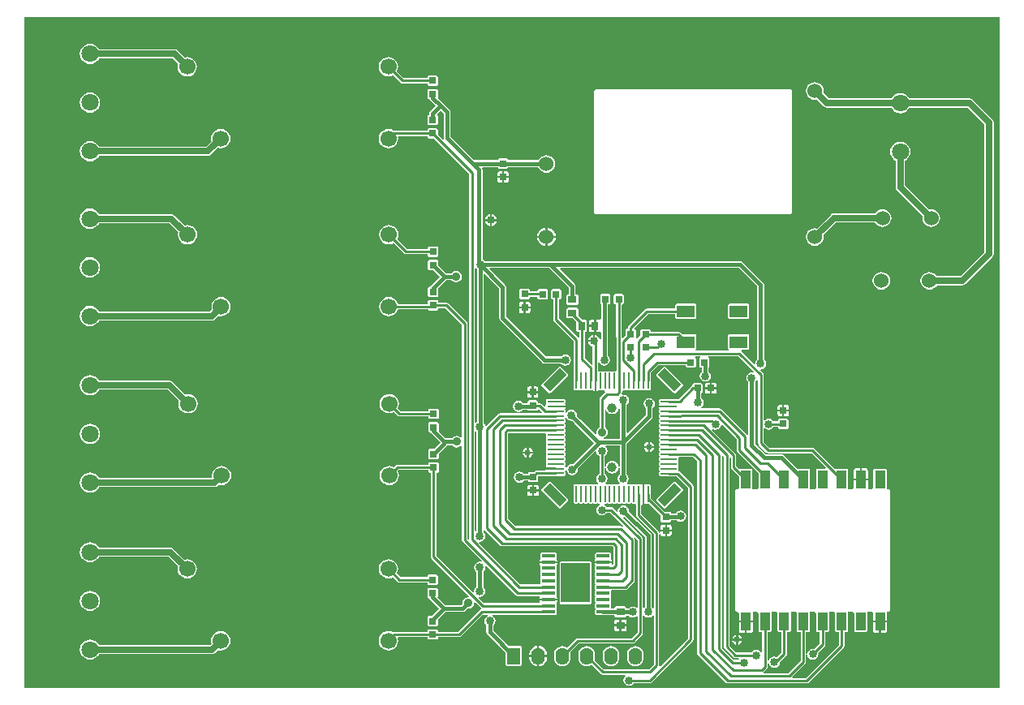
<source format=gtl>
G04 Layer_Physical_Order=1*
G04 Layer_Color=255*
%FSLAX25Y25*%
%MOIN*%
G70*
G01*
G75*
%ADD10R,0.07480X0.05118*%
%ADD11R,0.00866X0.06693*%
%ADD12R,0.06693X0.00866*%
G04:AMPARAMS|DCode=13|XSize=39.37mil|YSize=98.42mil|CornerRadius=0mil|HoleSize=0mil|Usage=FLASHONLY|Rotation=315.000|XOffset=0mil|YOffset=0mil|HoleType=Round|Shape=Rectangle|*
%AMROTATEDRECTD13*
4,1,4,-0.04872,-0.02088,0.02088,0.04872,0.04872,0.02088,-0.02088,-0.04872,-0.04872,-0.02088,0.0*
%
%ADD13ROTATEDRECTD13*%

G04:AMPARAMS|DCode=14|XSize=39.37mil|YSize=98.42mil|CornerRadius=0mil|HoleSize=0mil|Usage=FLASHONLY|Rotation=45.000|XOffset=0mil|YOffset=0mil|HoleType=Round|Shape=Rectangle|*
%AMROTATEDRECTD14*
4,1,4,0.02088,-0.04872,-0.04872,0.02088,-0.02088,0.04872,0.04872,-0.02088,0.02088,-0.04872,0.0*
%
%ADD14ROTATEDRECTD14*%

%ADD15R,0.03000X0.03000*%
%ADD16R,0.03000X0.03000*%
%ADD17R,0.05512X0.01378*%
%ADD18R,0.12008X0.16260*%
%ADD19R,0.04134X0.07677*%
%ADD20R,0.03543X0.03150*%
%ADD21R,0.03150X0.03543*%
%ADD22C,0.01000*%
%ADD23C,0.02500*%
%ADD24C,0.01575*%
%ADD25C,0.03937*%
%ADD26O,0.05500X0.07000*%
%ADD27R,0.05500X0.07000*%
%ADD28C,0.07087*%
%ADD29C,0.06000*%
%ADD30C,0.06693*%
%ADD31C,0.03347*%
%ADD32C,0.02559*%
%ADD33C,0.03543*%
G36*
X401634Y276831D02*
X401634Y964D01*
X1003Y964D01*
X1003Y276831D01*
X401634Y276831D01*
D02*
G37*
%LPC*%
G36*
X27913Y129642D02*
X26834Y129500D01*
X25829Y129083D01*
X24965Y128421D01*
X24303Y127557D01*
X23886Y126552D01*
X23744Y125472D01*
X23886Y124393D01*
X24303Y123388D01*
X24965Y122524D01*
X25829Y121862D01*
X26834Y121445D01*
X27913Y121303D01*
X28993Y121445D01*
X29998Y121862D01*
X30862Y122524D01*
X31524Y123388D01*
X31611Y123596D01*
X59853D01*
X64438Y119011D01*
X64393Y118902D01*
X64257Y117874D01*
X64393Y116846D01*
X64789Y115889D01*
X65420Y115066D01*
X66243Y114435D01*
X67201Y114038D01*
X68228Y113903D01*
X69256Y114038D01*
X70214Y114435D01*
X71036Y115066D01*
X71667Y115889D01*
X72064Y116846D01*
X72199Y117874D01*
X72064Y118902D01*
X71667Y119860D01*
X71036Y120682D01*
X70214Y121313D01*
X69256Y121710D01*
X68228Y121845D01*
X67201Y121710D01*
X67092Y121665D01*
X61957Y126799D01*
X61348Y127206D01*
X60630Y127349D01*
X31611D01*
X31524Y127557D01*
X30862Y128421D01*
X29998Y129083D01*
X28993Y129500D01*
X27913Y129642D01*
D02*
G37*
G36*
X312362Y117415D02*
X311256D01*
X310949Y117354D01*
X310688Y117180D01*
X310514Y116919D01*
X310453Y116612D01*
Y115506D01*
X312362D01*
Y117415D01*
D02*
G37*
G36*
X314256D02*
X313150D01*
Y115506D01*
X315059D01*
Y116612D01*
X314998Y116919D01*
X314824Y117180D01*
X314563Y117354D01*
X314256Y117415D01*
D02*
G37*
G36*
X315059Y114718D02*
X313150D01*
Y112809D01*
X314256D01*
X314563Y112871D01*
X314824Y113045D01*
X314998Y113305D01*
X315059Y113612D01*
Y114718D01*
D02*
G37*
G36*
X150906Y121845D02*
X149878Y121710D01*
X148920Y121313D01*
X148098Y120682D01*
X147467Y119860D01*
X147070Y118902D01*
X146934Y117874D01*
X147070Y116846D01*
X147467Y115889D01*
X148098Y115066D01*
X148920Y114435D01*
X149878Y114038D01*
X150906Y113903D01*
X151933Y114038D01*
X152807Y114400D01*
X154279Y112928D01*
X154279Y112928D01*
X154639Y112687D01*
X155065Y112603D01*
X155065Y112603D01*
X166955D01*
Y112215D01*
X167142Y111763D01*
X167595Y111575D01*
X170595D01*
X171046Y111763D01*
X171234Y112215D01*
Y115215D01*
X171046Y115667D01*
X170595Y115854D01*
X167595D01*
X167142Y115667D01*
X166955Y115215D01*
Y114827D01*
X155526D01*
X154379Y115973D01*
X154741Y116846D01*
X154876Y117874D01*
X154741Y118902D01*
X154344Y119860D01*
X153713Y120682D01*
X152891Y121313D01*
X151933Y121710D01*
X150906Y121845D01*
D02*
G37*
G36*
X312362Y114718D02*
X310453D01*
Y113612D01*
X310514Y113305D01*
X310688Y113045D01*
X310949Y112871D01*
X311256Y112809D01*
X312362D01*
Y114718D01*
D02*
G37*
G36*
X27913Y109642D02*
X26834Y109500D01*
X25829Y109083D01*
X24965Y108421D01*
X24303Y107557D01*
X23886Y106552D01*
X23744Y105472D01*
X23886Y104393D01*
X24303Y103388D01*
X24965Y102524D01*
X25829Y101862D01*
X26834Y101445D01*
X27913Y101303D01*
X28993Y101445D01*
X29998Y101862D01*
X30862Y102524D01*
X31524Y103388D01*
X31941Y104393D01*
X32083Y105472D01*
X31941Y106552D01*
X31524Y107557D01*
X30862Y108421D01*
X29998Y109083D01*
X28993Y109500D01*
X27913Y109642D01*
D02*
G37*
G36*
X242047Y18332D02*
X241175Y18217D01*
X240363Y17881D01*
X239665Y17345D01*
X239129Y16647D01*
X238793Y15835D01*
X238678Y14963D01*
Y13463D01*
X238793Y12591D01*
X239129Y11778D01*
X239665Y11080D01*
X240363Y10545D01*
X241175Y10208D01*
X242047Y10093D01*
X242919Y10208D01*
X243732Y10545D01*
X244430Y11080D01*
X244965Y11778D01*
X245302Y12591D01*
X245417Y13463D01*
Y14963D01*
X245302Y15835D01*
X244965Y16647D01*
X244430Y17345D01*
X243732Y17881D01*
X242919Y18217D01*
X242047Y18332D01*
D02*
G37*
G36*
X215615Y13819D02*
X212441D01*
Y9946D01*
X212971Y10016D01*
X213831Y10373D01*
X214570Y10940D01*
X215137Y11679D01*
X215494Y12539D01*
X215615Y13463D01*
Y13819D01*
D02*
G37*
G36*
X81811Y161727D02*
X80783Y161592D01*
X79826Y161195D01*
X79003Y160564D01*
X78372Y159741D01*
X77975Y158784D01*
X77840Y157756D01*
X77975Y156728D01*
X78021Y156619D01*
X77175Y155774D01*
X31571D01*
X31485Y155982D01*
X30822Y156846D01*
X29959Y157509D01*
X28953Y157925D01*
X27874Y158067D01*
X26795Y157925D01*
X25789Y157509D01*
X24926Y156846D01*
X24263Y155982D01*
X23847Y154977D01*
X23705Y153898D01*
X23847Y152819D01*
X24263Y151813D01*
X24926Y150949D01*
X25789Y150287D01*
X26795Y149870D01*
X27874Y149728D01*
X28953Y149870D01*
X29959Y150287D01*
X30822Y150949D01*
X31485Y151813D01*
X31571Y152021D01*
X77953D01*
X78671Y152164D01*
X79280Y152571D01*
X80674Y153965D01*
X80783Y153920D01*
X81811Y153785D01*
X82839Y153920D01*
X83797Y154317D01*
X84619Y154948D01*
X85250Y155770D01*
X85647Y156728D01*
X85782Y157756D01*
X85647Y158784D01*
X85250Y159741D01*
X84619Y160564D01*
X83797Y161195D01*
X82839Y161592D01*
X81811Y161727D01*
D02*
G37*
G36*
X252047Y18332D02*
X251175Y18217D01*
X250363Y17881D01*
X249665Y17345D01*
X249129Y16647D01*
X248793Y15835D01*
X248678Y14963D01*
Y13463D01*
X248793Y12591D01*
X249129Y11778D01*
X249665Y11080D01*
X250363Y10545D01*
X251175Y10208D01*
X252047Y10093D01*
X252919Y10208D01*
X253732Y10545D01*
X254430Y11080D01*
X254965Y11778D01*
X255302Y12591D01*
X255417Y13463D01*
Y14963D01*
X255302Y15835D01*
X254965Y16647D01*
X254430Y17345D01*
X253732Y17881D01*
X252919Y18217D01*
X252047Y18332D01*
D02*
G37*
G36*
X81653Y24483D02*
X80626Y24348D01*
X79668Y23951D01*
X78846Y23320D01*
X78215Y22497D01*
X77818Y21540D01*
X77683Y20512D01*
X77818Y19484D01*
X77863Y19375D01*
X77215Y18727D01*
X31611D01*
X31524Y18935D01*
X30862Y19799D01*
X29998Y20461D01*
X28993Y20878D01*
X27913Y21020D01*
X26834Y20878D01*
X25829Y20461D01*
X24965Y19799D01*
X24303Y18935D01*
X23886Y17930D01*
X23744Y16850D01*
X23886Y15771D01*
X24303Y14766D01*
X24965Y13902D01*
X25829Y13239D01*
X26834Y12823D01*
X27913Y12681D01*
X28993Y12823D01*
X29998Y13239D01*
X30862Y13902D01*
X31524Y14766D01*
X31611Y14974D01*
X77992D01*
X78710Y15117D01*
X79319Y15523D01*
X80517Y16721D01*
X80626Y16676D01*
X81653Y16541D01*
X82681Y16676D01*
X83639Y17073D01*
X84461Y17704D01*
X85093Y18526D01*
X85489Y19484D01*
X85624Y20512D01*
X85489Y21540D01*
X85093Y22497D01*
X84461Y23320D01*
X83639Y23951D01*
X82681Y24348D01*
X81653Y24483D01*
D02*
G37*
G36*
X212441Y18479D02*
Y14606D01*
X215615D01*
Y14963D01*
X215494Y15886D01*
X215137Y16747D01*
X214570Y17485D01*
X213831Y18053D01*
X212971Y18409D01*
X212441Y18479D01*
D02*
G37*
G36*
X211653D02*
X211124Y18409D01*
X210263Y18053D01*
X209524Y17485D01*
X208957Y16747D01*
X208601Y15886D01*
X208479Y14963D01*
Y14606D01*
X211653D01*
Y18479D01*
D02*
G37*
G36*
X233484Y53021D02*
X221476D01*
X221024Y52834D01*
X220837Y52382D01*
Y36122D01*
X221024Y35670D01*
X221476Y35483D01*
X233484D01*
X233936Y35670D01*
X234123Y36122D01*
Y52382D01*
X233936Y52834D01*
X233484Y53021D01*
D02*
G37*
G36*
X344228Y91326D02*
X342555D01*
X342248Y91265D01*
X341987Y91091D01*
X341813Y90831D01*
X341752Y90524D01*
Y87079D01*
X344228D01*
Y91326D01*
D02*
G37*
G36*
X346689D02*
X345016D01*
Y87079D01*
X347492D01*
Y90524D01*
X347431Y90831D01*
X347257Y91091D01*
X346996Y91265D01*
X346689Y91326D01*
D02*
G37*
G36*
X150551Y54010D02*
X149523Y53875D01*
X148566Y53478D01*
X147743Y52847D01*
X147112Y52025D01*
X146715Y51067D01*
X146580Y50039D01*
X146715Y49012D01*
X147112Y48054D01*
X147743Y47232D01*
X148566Y46600D01*
X149523Y46204D01*
X150551Y46068D01*
X151579Y46204D01*
X152453Y46565D01*
X154318Y44700D01*
X154318Y44700D01*
X154679Y44459D01*
X155104Y44374D01*
X166601D01*
Y43986D01*
X166788Y43534D01*
X167240Y43347D01*
X170240D01*
X170692Y43534D01*
X170879Y43986D01*
Y46986D01*
X170692Y47438D01*
X170240Y47625D01*
X167240D01*
X166788Y47438D01*
X166601Y46986D01*
Y46598D01*
X155565D01*
X154025Y48138D01*
X154387Y49012D01*
X154522Y50039D01*
X154387Y51067D01*
X153990Y52025D01*
X153359Y52847D01*
X152537Y53478D01*
X151579Y53875D01*
X150551Y54010D01*
D02*
G37*
G36*
X219055Y56683D02*
X213543D01*
X213091Y56495D01*
X212904Y56043D01*
Y54665D01*
X213091Y54213D01*
X212984Y54058D01*
X212976Y54052D01*
X212802Y53791D01*
X212740Y53484D01*
Y53189D01*
X216299D01*
X219858D01*
Y53484D01*
X219797Y53791D01*
X219623Y54052D01*
X219614Y54058D01*
X219507Y54213D01*
X219694Y54665D01*
Y56043D01*
X219507Y56495D01*
X219055Y56683D01*
D02*
G37*
G36*
X241496D02*
X235984D01*
X235532Y56495D01*
X235345Y56043D01*
Y54665D01*
X235532Y54213D01*
X235425Y54058D01*
X235417Y54052D01*
X235243Y53791D01*
X235181Y53484D01*
Y53189D01*
X238740D01*
X242299D01*
Y53484D01*
X242238Y53791D01*
X242064Y54052D01*
X242055Y54058D01*
X241948Y54213D01*
X242135Y54665D01*
Y56043D01*
X241948Y56495D01*
X241496Y56683D01*
D02*
G37*
G36*
X27913Y61020D02*
X26834Y60878D01*
X25829Y60461D01*
X24965Y59799D01*
X24303Y58935D01*
X23886Y57929D01*
X23744Y56850D01*
X23886Y55771D01*
X24303Y54766D01*
X24965Y53902D01*
X25829Y53240D01*
X26834Y52823D01*
X27913Y52681D01*
X28993Y52823D01*
X29998Y53240D01*
X30862Y53902D01*
X31524Y54766D01*
X31611Y54974D01*
X60286D01*
X64083Y51176D01*
X64038Y51067D01*
X63903Y50039D01*
X64038Y49012D01*
X64435Y48054D01*
X65066Y47232D01*
X65889Y46600D01*
X66846Y46204D01*
X67874Y46068D01*
X68902Y46204D01*
X69859Y46600D01*
X70682Y47232D01*
X71313Y48054D01*
X71710Y49012D01*
X71845Y50039D01*
X71710Y51067D01*
X71313Y52025D01*
X70682Y52847D01*
X69859Y53478D01*
X68902Y53875D01*
X67874Y54010D01*
X66846Y53875D01*
X66737Y53830D01*
X62390Y58177D01*
X61781Y58584D01*
X61063Y58727D01*
X31611D01*
X31524Y58935D01*
X30862Y59799D01*
X29998Y60461D01*
X28993Y60878D01*
X27913Y61020D01*
D02*
G37*
G36*
X82008Y92317D02*
X80980Y92182D01*
X80022Y91785D01*
X79200Y91154D01*
X78569Y90332D01*
X78172Y89374D01*
X78037Y88346D01*
X78119Y87725D01*
X77789Y87349D01*
X31611D01*
X31524Y87557D01*
X30862Y88421D01*
X29998Y89083D01*
X28993Y89500D01*
X27913Y89642D01*
X26834Y89500D01*
X25829Y89083D01*
X24965Y88421D01*
X24303Y87557D01*
X23886Y86552D01*
X23744Y85472D01*
X23886Y84393D01*
X24303Y83388D01*
X24965Y82524D01*
X25829Y81862D01*
X26834Y81445D01*
X27913Y81303D01*
X28993Y81445D01*
X29998Y81862D01*
X30862Y82524D01*
X31524Y83388D01*
X31611Y83596D01*
X79134D01*
X79852Y83739D01*
X80461Y84145D01*
X80871Y84556D01*
X80980Y84511D01*
X82008Y84376D01*
X83036Y84511D01*
X83993Y84908D01*
X84816Y85539D01*
X85447Y86361D01*
X85843Y87319D01*
X85979Y88346D01*
X85843Y89374D01*
X85447Y90332D01*
X84816Y91154D01*
X83993Y91785D01*
X83036Y92182D01*
X82008Y92317D01*
D02*
G37*
G36*
X245472Y26457D02*
X243292D01*
Y25276D01*
X243353Y24968D01*
X243527Y24708D01*
X243787Y24534D01*
X244094Y24473D01*
X245472D01*
Y26457D01*
D02*
G37*
G36*
X355366Y28024D02*
X352890D01*
Y23776D01*
X354563D01*
X354870Y23837D01*
X355131Y24011D01*
X355305Y24272D01*
X355366Y24579D01*
Y28024D01*
D02*
G37*
G36*
X352102D02*
X349626D01*
Y24579D01*
X349687Y24272D01*
X349861Y24011D01*
X350122Y23837D01*
X350429Y23776D01*
X352102D01*
Y28024D01*
D02*
G37*
G36*
X248441Y26457D02*
X246260D01*
Y24473D01*
X247638D01*
X247945Y24534D01*
X248205Y24708D01*
X248379Y24968D01*
X248441Y25276D01*
Y26457D01*
D02*
G37*
G36*
X27913Y41020D02*
X26834Y40878D01*
X25829Y40461D01*
X24965Y39799D01*
X24303Y38935D01*
X23886Y37929D01*
X23744Y36850D01*
X23886Y35771D01*
X24303Y34766D01*
X24965Y33902D01*
X25829Y33239D01*
X26834Y32823D01*
X27913Y32681D01*
X28993Y32823D01*
X29998Y33239D01*
X30862Y33902D01*
X31524Y34766D01*
X31941Y35771D01*
X32083Y36850D01*
X31941Y37929D01*
X31524Y38935D01*
X30862Y39799D01*
X29998Y40461D01*
X28993Y40878D01*
X27913Y41020D01*
D02*
G37*
G36*
X247638Y29228D02*
X246260D01*
Y27244D01*
X248441D01*
Y28425D01*
X248379Y28732D01*
X248205Y28993D01*
X247945Y29167D01*
X247638Y29228D01*
D02*
G37*
G36*
X245472D02*
X244094D01*
X243787Y29167D01*
X243527Y28993D01*
X243353Y28732D01*
X243292Y28425D01*
Y27244D01*
X245472D01*
Y29228D01*
D02*
G37*
G36*
X27874Y198067D02*
X26795Y197925D01*
X25789Y197509D01*
X24926Y196846D01*
X24263Y195982D01*
X23847Y194977D01*
X23705Y193898D01*
X23847Y192818D01*
X24263Y191813D01*
X24926Y190949D01*
X25789Y190287D01*
X26795Y189870D01*
X27874Y189728D01*
X28953Y189870D01*
X29959Y190287D01*
X30822Y190949D01*
X31485Y191813D01*
X31571Y192021D01*
X60640D01*
X64241Y188420D01*
X64196Y188311D01*
X64060Y187284D01*
X64196Y186256D01*
X64592Y185298D01*
X65224Y184476D01*
X66046Y183844D01*
X67004Y183448D01*
X68032Y183312D01*
X69059Y183448D01*
X70017Y183844D01*
X70839Y184476D01*
X71470Y185298D01*
X71867Y186256D01*
X72002Y187284D01*
X71867Y188311D01*
X71470Y189269D01*
X70839Y190091D01*
X70017Y190722D01*
X69059Y191119D01*
X68032Y191254D01*
X67004Y191119D01*
X66895Y191074D01*
X62744Y195225D01*
X62135Y195631D01*
X61417Y195774D01*
X31571D01*
X31485Y195982D01*
X30822Y196846D01*
X29959Y197509D01*
X28953Y197925D01*
X27874Y198067D01*
D02*
G37*
G36*
X197244Y213332D02*
X196138D01*
X195831Y213271D01*
X195570Y213097D01*
X195396Y212837D01*
X195335Y212529D01*
Y211423D01*
X197244D01*
Y213332D01*
D02*
G37*
G36*
X215866Y190146D02*
Y186772D01*
X219241D01*
X219162Y187367D01*
X218781Y188288D01*
X218174Y189079D01*
X217383Y189686D01*
X216461Y190068D01*
X215866Y190146D01*
D02*
G37*
G36*
X215079Y190146D02*
X214484Y190068D01*
X213562Y189686D01*
X212771Y189079D01*
X212164Y188288D01*
X211783Y187367D01*
X211704Y186772D01*
X215079D01*
Y190146D01*
D02*
G37*
G36*
X150709Y191254D02*
X149681Y191119D01*
X148723Y190722D01*
X147901Y190091D01*
X147270Y189269D01*
X146873Y188311D01*
X146738Y187284D01*
X146873Y186256D01*
X147270Y185298D01*
X147901Y184476D01*
X148723Y183844D01*
X149681Y183448D01*
X150709Y183312D01*
X151736Y183448D01*
X152610Y183810D01*
X156838Y179582D01*
X156838Y179582D01*
X157199Y179341D01*
X157624Y179256D01*
X166758D01*
Y178868D01*
X166946Y178416D01*
X167398Y178229D01*
X170398D01*
X170850Y178416D01*
X171037Y178868D01*
Y181868D01*
X170850Y182320D01*
X170398Y182507D01*
X167398D01*
X166946Y182320D01*
X166758Y181868D01*
Y181480D01*
X158085D01*
X154183Y185382D01*
X154544Y186256D01*
X154680Y187284D01*
X154544Y188311D01*
X154148Y189269D01*
X153517Y190091D01*
X152694Y190722D01*
X151736Y191119D01*
X150709Y191254D01*
D02*
G37*
G36*
X199138Y213332D02*
X198031D01*
Y211423D01*
X199941D01*
Y212529D01*
X199880Y212837D01*
X199706Y213097D01*
X199445Y213271D01*
X199138Y213332D01*
D02*
G37*
G36*
X219241Y185984D02*
X215866D01*
Y182610D01*
X216461Y182688D01*
X217383Y183070D01*
X218174Y183677D01*
X218781Y184468D01*
X219162Y185389D01*
X219241Y185984D01*
D02*
G37*
G36*
X215079D02*
X211704D01*
X211783Y185389D01*
X212164Y184468D01*
X212771Y183677D01*
X213562Y183070D01*
X214484Y182688D01*
X215079Y182610D01*
Y185984D01*
D02*
G37*
G36*
X199941Y210636D02*
X198031D01*
Y208727D01*
X199138D01*
X199445Y208788D01*
X199706Y208962D01*
X199880Y209222D01*
X199941Y209529D01*
Y210636D01*
D02*
G37*
G36*
X192992Y195698D02*
Y193661D01*
X195029D01*
X194916Y194228D01*
X194372Y195042D01*
X193559Y195586D01*
X192992Y195698D01*
D02*
G37*
G36*
X192205D02*
X191638Y195586D01*
X190824Y195042D01*
X190281Y194228D01*
X190168Y193661D01*
X192205D01*
Y195698D01*
D02*
G37*
G36*
X197244Y210636D02*
X195335D01*
Y209529D01*
X195396Y209222D01*
X195570Y208962D01*
X195831Y208788D01*
X196138Y208727D01*
X197244D01*
Y210636D01*
D02*
G37*
G36*
X315709Y247017D02*
X235709D01*
X235257Y246830D01*
X235069Y246378D01*
Y196378D01*
X235257Y195926D01*
X235709Y195739D01*
X315709D01*
X316161Y195926D01*
X316348Y196378D01*
Y246378D01*
X316161Y246830D01*
X315709Y247017D01*
D02*
G37*
G36*
X360827Y225548D02*
X359748Y225405D01*
X358742Y224989D01*
X357878Y224326D01*
X357216Y223463D01*
X356799Y222457D01*
X356657Y221378D01*
X356799Y220299D01*
X357216Y219293D01*
X357878Y218430D01*
X358742Y217767D01*
X358950Y217681D01*
Y206890D01*
X359093Y206172D01*
X359500Y205563D01*
X370034Y195028D01*
X369922Y194173D01*
X370045Y193236D01*
X370407Y192362D01*
X370983Y191612D01*
X371732Y191037D01*
X372606Y190675D01*
X373543Y190552D01*
X374481Y190675D01*
X375354Y191037D01*
X376104Y191612D01*
X376680Y192362D01*
X377041Y193236D01*
X377165Y194173D01*
X377041Y195110D01*
X376680Y195984D01*
X376104Y196734D01*
X375354Y197310D01*
X374481Y197671D01*
X373543Y197795D01*
X372688Y197682D01*
X362703Y207667D01*
Y217681D01*
X362912Y217767D01*
X363775Y218430D01*
X364438Y219293D01*
X364854Y220299D01*
X364996Y221378D01*
X364854Y222457D01*
X364438Y223463D01*
X363775Y224326D01*
X362912Y224989D01*
X361906Y225405D01*
X360827Y225548D01*
D02*
G37*
G36*
X353543Y197795D02*
X352606Y197671D01*
X351732Y197310D01*
X350982Y196734D01*
X350458Y196050D01*
X333504D01*
X332786Y195907D01*
X332177Y195500D01*
X326564Y189887D01*
X325709Y189999D01*
X324771Y189876D01*
X323898Y189514D01*
X323148Y188939D01*
X322572Y188189D01*
X322211Y187315D01*
X322087Y186378D01*
X322211Y185441D01*
X322572Y184567D01*
X323148Y183817D01*
X323898Y183242D01*
X324771Y182880D01*
X325709Y182756D01*
X326646Y182880D01*
X327519Y183242D01*
X328270Y183817D01*
X328845Y184567D01*
X329207Y185441D01*
X329330Y186378D01*
X329218Y187233D01*
X334281Y192297D01*
X350458D01*
X350982Y191612D01*
X351732Y191037D01*
X352606Y190675D01*
X353543Y190552D01*
X354481Y190675D01*
X355354Y191037D01*
X356104Y191612D01*
X356680Y192362D01*
X357041Y193236D01*
X357165Y194173D01*
X357041Y195110D01*
X356680Y195984D01*
X356104Y196734D01*
X355354Y197310D01*
X354481Y197671D01*
X353543Y197795D01*
D02*
G37*
G36*
X195029Y192874D02*
X192992D01*
Y190837D01*
X193559Y190950D01*
X194372Y191494D01*
X194916Y192308D01*
X195029Y192874D01*
D02*
G37*
G36*
X192205D02*
X190168D01*
X190281Y192308D01*
X190824Y191494D01*
X191638Y190950D01*
X192205Y190837D01*
Y192874D01*
D02*
G37*
G36*
X170398Y177007D02*
X167398D01*
X166946Y176820D01*
X166758Y176368D01*
Y173368D01*
X166946Y172916D01*
X167398Y172729D01*
X169050D01*
X171641Y170138D01*
X167904Y166401D01*
X167622Y165978D01*
X167398D01*
X166946Y165791D01*
X166758Y165339D01*
Y162339D01*
X166946Y161887D01*
X167398Y161699D01*
X170398D01*
X170850Y161887D01*
X171037Y162339D01*
Y165339D01*
X170972Y165495D01*
X174210Y168733D01*
X176444D01*
X176643Y168435D01*
X177425Y167913D01*
X178347Y167729D01*
X179268Y167913D01*
X180050Y168435D01*
X180572Y169216D01*
X180755Y170138D01*
X180572Y171060D01*
X180050Y171841D01*
X179268Y172363D01*
X178347Y172546D01*
X177425Y172363D01*
X176643Y171841D01*
X176444Y171543D01*
X174210D01*
X171037Y174716D01*
Y176368D01*
X170850Y176820D01*
X170398Y177007D01*
D02*
G37*
G36*
X27874Y178067D02*
X26795Y177925D01*
X25789Y177508D01*
X24926Y176846D01*
X24263Y175982D01*
X23847Y174977D01*
X23705Y173898D01*
X23847Y172819D01*
X24263Y171813D01*
X24926Y170949D01*
X25789Y170287D01*
X26795Y169870D01*
X27874Y169728D01*
X28953Y169870D01*
X29959Y170287D01*
X30822Y170949D01*
X31485Y171813D01*
X31901Y172819D01*
X32043Y173898D01*
X31901Y174977D01*
X31485Y175982D01*
X30822Y176846D01*
X29959Y177508D01*
X28953Y177925D01*
X27874Y178067D01*
D02*
G37*
G36*
X353071Y172007D02*
X352134Y171884D01*
X351260Y171522D01*
X350510Y170947D01*
X349935Y170197D01*
X349573Y169323D01*
X349449Y168386D01*
X349573Y167448D01*
X349935Y166575D01*
X350510Y165825D01*
X351260Y165250D01*
X352134Y164888D01*
X353071Y164764D01*
X354008Y164888D01*
X354882Y165250D01*
X355632Y165825D01*
X356207Y166575D01*
X356569Y167448D01*
X356692Y168386D01*
X356569Y169323D01*
X356207Y170197D01*
X355632Y170947D01*
X354882Y171522D01*
X354008Y171884D01*
X353071Y172007D01*
D02*
G37*
G36*
X27913Y245744D02*
X26834Y245602D01*
X25829Y245186D01*
X24965Y244523D01*
X24303Y243660D01*
X23886Y242654D01*
X23744Y241575D01*
X23886Y240496D01*
X24303Y239490D01*
X24965Y238627D01*
X25829Y237964D01*
X26834Y237547D01*
X27913Y237405D01*
X28993Y237547D01*
X29998Y237964D01*
X30862Y238627D01*
X31524Y239490D01*
X31941Y240496D01*
X32083Y241575D01*
X31941Y242654D01*
X31524Y243660D01*
X30862Y244523D01*
X29998Y245186D01*
X28993Y245602D01*
X27913Y245744D01*
D02*
G37*
G36*
X170240Y247204D02*
X167240D01*
X166788Y247017D01*
X166601Y246565D01*
Y243565D01*
X166788Y243113D01*
X167240Y242926D01*
X167456D01*
X167747Y242491D01*
X169903Y240335D01*
X167747Y238178D01*
X167442Y237723D01*
X167335Y237185D01*
Y236562D01*
X167240D01*
X166788Y236375D01*
X166601Y235923D01*
Y232923D01*
X166788Y232471D01*
X167240Y232284D01*
X170240D01*
X170692Y232471D01*
X170879Y232923D01*
Y235923D01*
X170692Y236375D01*
X170644Y236395D01*
X170527Y236985D01*
X171959Y238417D01*
X173241Y237135D01*
Y227047D01*
X173326Y226617D01*
X172971Y226346D01*
X172914Y226322D01*
X170879Y228357D01*
Y230423D01*
X170692Y230875D01*
X170240Y231062D01*
X167240D01*
X166788Y230875D01*
X166601Y230423D01*
Y230035D01*
X152765D01*
X152537Y230211D01*
X151579Y230607D01*
X150551Y230743D01*
X149523Y230607D01*
X148566Y230211D01*
X147743Y229580D01*
X147112Y228757D01*
X146715Y227799D01*
X146580Y226772D01*
X146715Y225744D01*
X147112Y224786D01*
X147743Y223964D01*
X148566Y223333D01*
X149523Y222936D01*
X150551Y222801D01*
X151579Y222936D01*
X152537Y223333D01*
X153359Y223964D01*
X153990Y224786D01*
X154387Y225744D01*
X154522Y226772D01*
X154451Y227311D01*
X154890Y227811D01*
X166601D01*
Y227423D01*
X166788Y226971D01*
X167240Y226784D01*
X169307D01*
X183770Y212321D01*
Y62171D01*
X183343Y61954D01*
X183330Y61953D01*
X182962Y62294D01*
Y150827D01*
X182878Y151252D01*
X182637Y151613D01*
X182637Y151613D01*
X175125Y159125D01*
X174764Y159366D01*
X174339Y159450D01*
X174338Y159450D01*
X171037D01*
Y159839D01*
X170850Y160291D01*
X170398Y160478D01*
X167398D01*
X166946Y160291D01*
X166758Y159839D01*
Y158868D01*
X154509D01*
X154148Y159741D01*
X153517Y160564D01*
X152694Y161195D01*
X151736Y161592D01*
X150709Y161727D01*
X149681Y161592D01*
X148723Y161195D01*
X147901Y160564D01*
X147270Y159741D01*
X146873Y158784D01*
X146738Y157756D01*
X146873Y156728D01*
X147270Y155770D01*
X147901Y154948D01*
X148723Y154317D01*
X149681Y153920D01*
X150709Y153785D01*
X151736Y153920D01*
X152694Y154317D01*
X153517Y154948D01*
X154148Y155770D01*
X154509Y156644D01*
X166839D01*
X166946Y156387D01*
X167398Y156199D01*
X170398D01*
X170850Y156387D01*
X171037Y156839D01*
Y157227D01*
X173878D01*
X180738Y150366D01*
Y104131D01*
X180260Y103986D01*
X180246Y104006D01*
X179465Y104528D01*
X178543Y104712D01*
X177622Y104528D01*
X176840Y104006D01*
X176641Y103708D01*
X174007D01*
X171165Y106550D01*
X171234Y106715D01*
Y109715D01*
X171046Y110167D01*
X170595Y110354D01*
X167595D01*
X167142Y110167D01*
X166955Y109715D01*
Y106715D01*
X167142Y106263D01*
X167595Y106075D01*
X167810D01*
X168101Y105640D01*
X171835Y101907D01*
X169247Y99318D01*
X167595D01*
X167142Y99131D01*
X166955Y98679D01*
Y95679D01*
X167142Y95227D01*
X167595Y95040D01*
X170595D01*
X171046Y95227D01*
X171234Y95679D01*
Y97331D01*
X174419Y100516D01*
X174674Y100898D01*
X176641D01*
X176840Y100600D01*
X177622Y100078D01*
X178543Y99895D01*
X179465Y100078D01*
X180246Y100600D01*
X180260Y100620D01*
X180738Y100475D01*
Y61811D01*
X180738Y61811D01*
X180823Y61386D01*
X181064Y61025D01*
X188822Y53267D01*
X188576Y52806D01*
X188110Y52899D01*
X187227Y52723D01*
X186478Y52223D01*
X185978Y51474D01*
X185802Y50591D01*
X185978Y49707D01*
X186478Y48959D01*
X186705Y48807D01*
Y42650D01*
X186478Y42498D01*
X185978Y41749D01*
X185802Y40866D01*
X185875Y40499D01*
X185414Y40253D01*
X170206Y55461D01*
Y89540D01*
X170595D01*
X171046Y89727D01*
X171234Y90179D01*
Y93179D01*
X171046Y93631D01*
X170595Y93818D01*
X167595D01*
X167142Y93631D01*
X166955Y93179D01*
Y92791D01*
X154238D01*
X153813Y92706D01*
X153452Y92465D01*
X152807Y91820D01*
X151933Y92182D01*
X150906Y92317D01*
X149878Y92182D01*
X148920Y91785D01*
X148098Y91154D01*
X147467Y90332D01*
X147070Y89374D01*
X146934Y88346D01*
X147070Y87319D01*
X147467Y86361D01*
X148098Y85539D01*
X148920Y84908D01*
X149878Y84511D01*
X150906Y84376D01*
X151933Y84511D01*
X152891Y84908D01*
X153713Y85539D01*
X154344Y86361D01*
X154741Y87319D01*
X154876Y88346D01*
X154741Y89374D01*
X154403Y90189D01*
X154713Y90567D01*
X166955D01*
Y90179D01*
X167142Y89727D01*
X167595Y89540D01*
X167983D01*
Y55000D01*
X167982Y55000D01*
X168067Y54575D01*
X168308Y54214D01*
X183687Y38835D01*
X183441Y38374D01*
X183346Y38393D01*
X182425Y38209D01*
X181643Y37687D01*
X181121Y36906D01*
X180938Y35984D01*
X181008Y35633D01*
X180461Y35086D01*
X174047D01*
X170811Y38321D01*
X170879Y38486D01*
Y41486D01*
X170692Y41938D01*
X170240Y42125D01*
X167240D01*
X166788Y41938D01*
X166601Y41486D01*
Y38486D01*
X166788Y38034D01*
X167240Y37847D01*
X167456D01*
X167747Y37412D01*
X171478Y33681D01*
X168493Y30696D01*
X167240D01*
X166788Y30509D01*
X166601Y30057D01*
Y27057D01*
X166788Y26605D01*
X167240Y26418D01*
X170240D01*
X170692Y26605D01*
X170879Y27057D01*
Y29109D01*
X174047Y32276D01*
X181043D01*
X181581Y32383D01*
X182037Y32688D01*
X182995Y33646D01*
X183346Y33576D01*
X184268Y33759D01*
X185049Y34281D01*
X185572Y35063D01*
X185755Y35984D01*
X185736Y36079D01*
X186197Y36325D01*
X188426Y34096D01*
X188426Y34096D01*
X188691Y33919D01*
X188678Y33522D01*
X188638Y33399D01*
X188393Y33350D01*
X188033Y33109D01*
X179093Y24169D01*
X170879D01*
Y24557D01*
X170692Y25009D01*
X170240Y25196D01*
X167240D01*
X166788Y25009D01*
X166601Y24557D01*
Y24169D01*
X153096D01*
X153096Y24169D01*
X152671Y24084D01*
X152496Y23968D01*
X151579Y24348D01*
X150551Y24483D01*
X149523Y24348D01*
X148566Y23951D01*
X147743Y23320D01*
X147112Y22497D01*
X146715Y21540D01*
X146580Y20512D01*
X146715Y19484D01*
X147112Y18526D01*
X147743Y17704D01*
X148566Y17073D01*
X149523Y16676D01*
X150551Y16541D01*
X151579Y16676D01*
X152537Y17073D01*
X153359Y17704D01*
X153990Y18526D01*
X154387Y19484D01*
X154522Y20512D01*
X154399Y21445D01*
X154658Y21945D01*
X166601D01*
Y21557D01*
X166788Y21105D01*
X167240Y20918D01*
X170240D01*
X170692Y21105D01*
X170879Y21557D01*
Y21945D01*
X179553D01*
X179553Y21945D01*
X179979Y22030D01*
X180339Y22271D01*
X189279Y31211D01*
X191251D01*
X191321Y30715D01*
X190573Y30215D01*
X190072Y29466D01*
X189897Y28583D01*
X190072Y27699D01*
X190573Y26951D01*
X190800Y26799D01*
Y24055D01*
X190907Y23517D01*
X191211Y23062D01*
X198658Y15615D01*
Y10713D01*
X198845Y10261D01*
X199297Y10073D01*
X204797D01*
X205249Y10261D01*
X205436Y10713D01*
Y17713D01*
X205249Y18165D01*
X204797Y18352D01*
X199895D01*
X193610Y24637D01*
Y26799D01*
X193837Y26951D01*
X194337Y27699D01*
X194513Y28583D01*
X194337Y29466D01*
X193837Y30215D01*
X193088Y30715D01*
X193158Y31211D01*
X213079D01*
X213091Y31182D01*
X213543Y30995D01*
X219055D01*
X219507Y31182D01*
X219694Y31634D01*
Y33012D01*
X219507Y33464D01*
X219507Y33741D01*
X219694Y34193D01*
Y35571D01*
X219507Y36023D01*
X219614Y36179D01*
X219623Y36184D01*
X219797Y36445D01*
X219858Y36752D01*
Y37047D01*
X216299D01*
X212740D01*
Y36752D01*
X212792Y36494D01*
X212776Y36406D01*
X212502Y35994D01*
X189673D01*
X187497Y38170D01*
X187743Y38631D01*
X188110Y38558D01*
X188994Y38734D01*
X189742Y39234D01*
X190243Y39983D01*
X190418Y40866D01*
X190243Y41749D01*
X189742Y42498D01*
X189515Y42650D01*
Y48807D01*
X189742Y48959D01*
X190243Y49707D01*
X190418Y50591D01*
X190326Y51056D01*
X190787Y51302D01*
X202875Y39214D01*
X202875Y39214D01*
X203236Y38973D01*
X203661Y38888D01*
X203661Y38888D01*
X212502D01*
X212776Y38476D01*
X212792Y38388D01*
X212740Y38130D01*
Y37835D01*
X216299D01*
X219858D01*
Y38130D01*
X219797Y38437D01*
X219623Y38698D01*
X219614Y38703D01*
X219507Y38859D01*
X219694Y39311D01*
Y40689D01*
X219601Y40916D01*
X219533Y41280D01*
X219601Y41644D01*
X219694Y41870D01*
Y43248D01*
X219507Y43700D01*
X219507Y43977D01*
X219694Y44429D01*
Y45807D01*
X219507Y46259D01*
X219507Y46536D01*
X219694Y46988D01*
Y48366D01*
X219507Y48818D01*
X219507Y49095D01*
X219694Y49547D01*
Y50925D01*
X219507Y51377D01*
X219614Y51533D01*
X219623Y51539D01*
X219797Y51799D01*
X219858Y52106D01*
Y52402D01*
X216299D01*
X212740D01*
Y52106D01*
X212802Y51799D01*
X212976Y51539D01*
X212984Y51533D01*
X213091Y51377D01*
X212904Y50925D01*
Y49547D01*
X213091Y49095D01*
X213091Y48818D01*
X212904Y48366D01*
Y46988D01*
X213091Y46536D01*
X213091Y46259D01*
X212904Y45807D01*
Y44429D01*
X213011Y44171D01*
X212744Y43671D01*
X204791D01*
X187693Y60769D01*
X187940Y61230D01*
X188110Y61196D01*
X188994Y61371D01*
X189742Y61872D01*
X190243Y62621D01*
X190418Y63504D01*
X190243Y64387D01*
X189742Y65136D01*
X189515Y65288D01*
Y65864D01*
X190015Y66016D01*
X190104Y65882D01*
X196379Y59607D01*
X196379Y59607D01*
X196740Y59366D01*
X197165Y59282D01*
X242689D01*
X242983Y58988D01*
Y52160D01*
X242589Y51801D01*
X242299Y52106D01*
Y52402D01*
X238740D01*
X235181D01*
Y52106D01*
X235243Y51799D01*
X235417Y51539D01*
X235425Y51533D01*
X235532Y51377D01*
X235345Y50925D01*
Y49547D01*
X235439Y49321D01*
X235507Y48957D01*
X235439Y48593D01*
X235345Y48366D01*
Y46988D01*
X235439Y46762D01*
X235507Y46398D01*
X235439Y46034D01*
X235345Y45807D01*
Y44429D01*
X235439Y44203D01*
X235507Y43839D01*
X235439Y43475D01*
X235345Y43248D01*
Y41870D01*
X235439Y41644D01*
X235507Y41280D01*
X235439Y40916D01*
X235345Y40689D01*
Y39311D01*
X235439Y39084D01*
X235507Y38721D01*
X235439Y38357D01*
X235345Y38130D01*
Y36752D01*
X235532Y36300D01*
X235532Y36023D01*
X235345Y35571D01*
Y34193D01*
X235532Y33741D01*
X235532Y33464D01*
X235345Y33012D01*
Y31634D01*
X235532Y31182D01*
X235984Y30995D01*
X238354D01*
X238740Y30918D01*
X238938Y30957D01*
X243455D01*
Y30787D01*
X243642Y30335D01*
X244094Y30148D01*
X247638D01*
X248090Y30335D01*
X248277Y30787D01*
Y30839D01*
X249082D01*
X249234Y30612D01*
X249983Y30112D01*
X250866Y29936D01*
X251749Y30112D01*
X252404Y30549D01*
X252904Y30387D01*
Y24043D01*
X250406Y21545D01*
X228268D01*
X227842Y21460D01*
X227482Y21219D01*
X227481Y21219D01*
X223964Y17702D01*
X223732Y17881D01*
X222919Y18217D01*
X222047Y18332D01*
X221175Y18217D01*
X220363Y17881D01*
X219665Y17345D01*
X219129Y16647D01*
X218793Y15835D01*
X218678Y14963D01*
Y13463D01*
X218793Y12591D01*
X219129Y11778D01*
X219665Y11080D01*
X220363Y10545D01*
X221175Y10208D01*
X222047Y10093D01*
X222919Y10208D01*
X223732Y10545D01*
X224430Y11080D01*
X224965Y11778D01*
X225302Y12591D01*
X225417Y13463D01*
Y14963D01*
X225302Y15835D01*
X225284Y15877D01*
X228728Y19321D01*
X250866D01*
X250866Y19321D01*
X251292Y19406D01*
X251652Y19647D01*
X254802Y22796D01*
X255043Y23157D01*
X255128Y23583D01*
Y30594D01*
X255628Y30746D01*
X255691Y30651D01*
X256440Y30151D01*
X257323Y29975D01*
X258206Y30151D01*
X258955Y30651D01*
X259057Y30805D01*
X259557Y30653D01*
Y10697D01*
X257571Y8710D01*
X239122D01*
X235284Y12548D01*
X235302Y12591D01*
X235417Y13463D01*
Y14963D01*
X235302Y15835D01*
X234965Y16647D01*
X234430Y17345D01*
X233732Y17881D01*
X232919Y18217D01*
X232047Y18332D01*
X231175Y18217D01*
X230363Y17881D01*
X229665Y17345D01*
X229129Y16647D01*
X228793Y15835D01*
X228678Y14963D01*
Y13463D01*
X228793Y12591D01*
X229129Y11778D01*
X229665Y11080D01*
X230363Y10545D01*
X231175Y10208D01*
X232047Y10093D01*
X232919Y10208D01*
X233732Y10545D01*
X233964Y10723D01*
X237875Y6812D01*
X238236Y6571D01*
X238661Y6487D01*
X238662Y6487D01*
X247799D01*
X247950Y5987D01*
X247738Y5845D01*
X247238Y5096D01*
X247062Y4213D01*
X247238Y3329D01*
X247738Y2581D01*
X248487Y2080D01*
X249370Y1905D01*
X250253Y2080D01*
X251002Y2581D01*
X251350Y3101D01*
X257992D01*
X257992Y3101D01*
X258418Y3185D01*
X258778Y3426D01*
X275550Y20198D01*
X275791Y20559D01*
X275876Y20984D01*
X275876Y20984D01*
Y83819D01*
X275876Y83819D01*
X275791Y84244D01*
X275550Y84605D01*
X270143Y90013D01*
X269782Y90254D01*
X269700Y90762D01*
Y91628D01*
X269513Y92080D01*
X269513Y92278D01*
X269700Y92730D01*
Y93597D01*
X269513Y94049D01*
X269513Y94247D01*
X269700Y94699D01*
Y95565D01*
X269697Y95573D01*
X269975Y95989D01*
X275510D01*
X277392Y94106D01*
Y15433D01*
X277392Y15433D01*
X277477Y15008D01*
X277718Y14647D01*
X289135Y3229D01*
X289496Y2988D01*
X289921Y2904D01*
X289921Y2904D01*
X322401D01*
X322401Y2904D01*
X322827Y2988D01*
X323188Y3229D01*
X337534Y17576D01*
X337534Y17576D01*
X337775Y17937D01*
X337860Y18362D01*
X337860Y18362D01*
Y23939D01*
X338815D01*
X339267Y24127D01*
X339454Y24579D01*
Y32256D01*
X339506Y32333D01*
X341448Y32333D01*
X341916Y31833D01*
Y24579D01*
X342103Y24127D01*
X342555Y23939D01*
X346689D01*
X347141Y24127D01*
X347328Y24579D01*
Y32256D01*
X347380Y32333D01*
X349158D01*
X349626Y31833D01*
Y28811D01*
X352496D01*
X355366D01*
Y32256D01*
X355429Y32333D01*
X356025D01*
X356477Y32520D01*
X356664Y32972D01*
X356664Y82185D01*
X356477Y82637D01*
X356025Y82824D01*
X355217D01*
X355202Y82846D01*
Y90524D01*
X355015Y90976D01*
X354563Y91163D01*
X350429D01*
X349977Y90976D01*
X349790Y90524D01*
Y83324D01*
X349299Y82824D01*
X347510D01*
X347492Y82846D01*
Y86291D01*
X344622D01*
X341752D01*
Y83324D01*
X341262Y82824D01*
X339469Y82824D01*
X339454Y82846D01*
Y90524D01*
X339267Y90976D01*
X338815Y91163D01*
X334681D01*
X334229Y90976D01*
X334063Y90943D01*
X325558Y99448D01*
X325197Y99689D01*
X324772Y99773D01*
X324772Y99773D01*
X306957D01*
X304655Y102075D01*
Y107701D01*
X305155Y107852D01*
X305179Y107817D01*
X305928Y107316D01*
X306811Y107141D01*
X307694Y107316D01*
X308443Y107817D01*
X308817Y108376D01*
X310617D01*
Y108112D01*
X310804Y107660D01*
X311256Y107473D01*
X314256D01*
X314708Y107660D01*
X314895Y108112D01*
Y111112D01*
X314708Y111564D01*
X314256Y111751D01*
X311256D01*
X310804Y111564D01*
X310617Y111112D01*
Y110600D01*
X308764D01*
X308443Y111081D01*
X307694Y111581D01*
X306811Y111757D01*
X305928Y111581D01*
X305179Y111081D01*
X305155Y111046D01*
X304655Y111197D01*
Y129803D01*
X304571Y130229D01*
X304330Y130589D01*
X304329Y130589D01*
X303392Y131527D01*
X303613Y132013D01*
X304348Y132159D01*
X305097Y132659D01*
X305597Y133408D01*
X305773Y134291D01*
X305597Y135175D01*
X305097Y135923D01*
X304870Y136075D01*
Y166732D01*
X304763Y167270D01*
X304458Y167726D01*
X296072Y176112D01*
X295616Y176416D01*
X295079Y176523D01*
X190012D01*
X189860Y176750D01*
X189161Y177218D01*
Y213937D01*
X189054Y214475D01*
X188954Y214625D01*
X189221Y215125D01*
X195499D01*
Y215030D01*
X195686Y214578D01*
X196138Y214390D01*
X199138D01*
X199590Y214578D01*
X199777Y215030D01*
Y215125D01*
X212105D01*
X212336Y214567D01*
X212912Y213817D01*
X213662Y213242D01*
X214535Y212880D01*
X215472Y212756D01*
X216410Y212880D01*
X217283Y213242D01*
X218033Y213817D01*
X218609Y214567D01*
X218971Y215441D01*
X219094Y216378D01*
X218971Y217315D01*
X218609Y218189D01*
X218033Y218939D01*
X217283Y219514D01*
X216410Y219876D01*
X215472Y220000D01*
X214535Y219876D01*
X213662Y219514D01*
X212912Y218939D01*
X212336Y218189D01*
X212231Y217934D01*
X199777D01*
Y218029D01*
X199590Y218481D01*
X199138Y218669D01*
X196138D01*
X195686Y218481D01*
X195499Y218029D01*
Y217934D01*
X185745D01*
X176051Y227629D01*
Y237717D01*
X175944Y238254D01*
X175639Y238710D01*
X172952Y241397D01*
X172537Y241674D01*
X170811Y243400D01*
X170879Y243565D01*
Y246565D01*
X170692Y247017D01*
X170240Y247204D01*
D02*
G37*
G36*
X150551Y260270D02*
X149523Y260135D01*
X148566Y259738D01*
X147743Y259107D01*
X147112Y258285D01*
X146715Y257327D01*
X146580Y256299D01*
X146715Y255272D01*
X147112Y254314D01*
X147743Y253491D01*
X148566Y252860D01*
X149523Y252464D01*
X150551Y252328D01*
X151579Y252464D01*
X152453Y252825D01*
X155499Y249779D01*
X155499Y249779D01*
X155860Y249538D01*
X156285Y249453D01*
X166601D01*
Y249065D01*
X166788Y248613D01*
X167240Y248426D01*
X170240D01*
X170692Y248613D01*
X170879Y249065D01*
Y252065D01*
X170692Y252517D01*
X170240Y252704D01*
X167240D01*
X166788Y252517D01*
X166601Y252065D01*
Y251677D01*
X156746D01*
X154025Y254398D01*
X154387Y255272D01*
X154522Y256299D01*
X154387Y257327D01*
X153990Y258285D01*
X153359Y259107D01*
X152537Y259738D01*
X151579Y260135D01*
X150551Y260270D01*
D02*
G37*
G36*
X27913Y265744D02*
X26834Y265602D01*
X25829Y265186D01*
X24965Y264523D01*
X24303Y263660D01*
X23886Y262654D01*
X23744Y261575D01*
X23886Y260496D01*
X24303Y259490D01*
X24965Y258627D01*
X25829Y257964D01*
X26834Y257547D01*
X27913Y257405D01*
X28993Y257547D01*
X29998Y257964D01*
X30862Y258627D01*
X31524Y259490D01*
X31611Y259698D01*
X61821D01*
X64083Y257436D01*
X64038Y257327D01*
X63903Y256299D01*
X64038Y255272D01*
X64435Y254314D01*
X65066Y253491D01*
X65889Y252860D01*
X66846Y252464D01*
X67874Y252328D01*
X68902Y252464D01*
X69859Y252860D01*
X70682Y253491D01*
X71313Y254314D01*
X71710Y255272D01*
X71845Y256299D01*
X71710Y257327D01*
X71313Y258285D01*
X70682Y259107D01*
X69859Y259738D01*
X68902Y260135D01*
X67874Y260270D01*
X66846Y260135D01*
X66737Y260090D01*
X63925Y262902D01*
X63317Y263309D01*
X62598Y263451D01*
X31611D01*
X31524Y263660D01*
X30862Y264523D01*
X29998Y265186D01*
X28993Y265602D01*
X27913Y265744D01*
D02*
G37*
G36*
X211653Y13819D02*
X208479D01*
Y13463D01*
X208601Y12539D01*
X208957Y11679D01*
X209524Y10940D01*
X210263Y10373D01*
X211124Y10016D01*
X211653Y9946D01*
Y13819D01*
D02*
G37*
G36*
X325709Y249999D02*
X324771Y249876D01*
X323898Y249514D01*
X323148Y248939D01*
X322572Y248189D01*
X322211Y247315D01*
X322087Y246378D01*
X322211Y245441D01*
X322572Y244567D01*
X323148Y243817D01*
X323898Y243242D01*
X324771Y242880D01*
X325709Y242756D01*
X326564Y242869D01*
X329382Y240051D01*
X329991Y239644D01*
X330709Y239501D01*
X357130D01*
X357216Y239293D01*
X357878Y238430D01*
X358742Y237767D01*
X359748Y237351D01*
X360827Y237208D01*
X361906Y237351D01*
X362912Y237767D01*
X363775Y238430D01*
X364438Y239293D01*
X364524Y239501D01*
X388514D01*
X395407Y232609D01*
Y180147D01*
X385522Y170262D01*
X375842D01*
X375317Y170947D01*
X374567Y171522D01*
X373693Y171884D01*
X372756Y172007D01*
X371819Y171884D01*
X370945Y171522D01*
X370195Y170947D01*
X369620Y170197D01*
X369258Y169323D01*
X369134Y168386D01*
X369258Y167448D01*
X369620Y166575D01*
X370195Y165825D01*
X370945Y165250D01*
X371819Y164888D01*
X372756Y164764D01*
X373693Y164888D01*
X374567Y165250D01*
X375317Y165825D01*
X375842Y166509D01*
X386299D01*
X387017Y166652D01*
X387626Y167059D01*
X398610Y178043D01*
X399017Y178652D01*
X399160Y179370D01*
Y233386D01*
X399017Y234104D01*
X398610Y234713D01*
X390618Y242705D01*
X390009Y243112D01*
X389291Y243255D01*
X364524D01*
X364438Y243463D01*
X363775Y244326D01*
X362912Y244989D01*
X361906Y245405D01*
X360827Y245548D01*
X359748Y245405D01*
X358742Y244989D01*
X357878Y244326D01*
X357216Y243463D01*
X357130Y243255D01*
X331486D01*
X329218Y245523D01*
X329330Y246378D01*
X329207Y247315D01*
X328845Y248189D01*
X328270Y248939D01*
X327519Y249514D01*
X326646Y249876D01*
X325709Y249999D01*
D02*
G37*
G36*
X81653Y230743D02*
X80626Y230607D01*
X79668Y230211D01*
X78846Y229580D01*
X78215Y228757D01*
X77818Y227799D01*
X77683Y226772D01*
X77818Y225744D01*
X77863Y225635D01*
X75679Y223451D01*
X31611D01*
X31524Y223660D01*
X30862Y224523D01*
X29998Y225186D01*
X28993Y225602D01*
X27913Y225744D01*
X26834Y225602D01*
X25829Y225186D01*
X24965Y224523D01*
X24303Y223660D01*
X23886Y222654D01*
X23744Y221575D01*
X23886Y220496D01*
X24303Y219490D01*
X24965Y218626D01*
X25829Y217964D01*
X26834Y217547D01*
X27913Y217405D01*
X28993Y217547D01*
X29998Y217964D01*
X30862Y218626D01*
X31524Y219490D01*
X31611Y219698D01*
X76457D01*
X77175Y219841D01*
X77784Y220248D01*
X80517Y222981D01*
X80626Y222936D01*
X81653Y222801D01*
X82681Y222936D01*
X83639Y223333D01*
X84461Y223964D01*
X85093Y224786D01*
X85489Y225744D01*
X85624Y226772D01*
X85489Y227799D01*
X85093Y228757D01*
X84461Y229580D01*
X83639Y230211D01*
X82681Y230607D01*
X81653Y230743D01*
D02*
G37*
%LPD*%
G36*
X223843Y111867D02*
X224077Y111518D01*
X224825Y111017D01*
X225709Y110842D01*
X225977Y110895D01*
X226899Y109972D01*
X227058Y109735D01*
X234982Y101811D01*
X226292Y93121D01*
X226024Y93174D01*
X225140Y92999D01*
X224392Y92498D01*
X223891Y91749D01*
X223880Y91693D01*
X223395Y91655D01*
X223334Y91963D01*
X223160Y92223D01*
X223055Y92294D01*
Y92294D01*
X223055Y92294D01*
X223044Y92306D01*
Y92306D01*
X223232Y92758D01*
Y93624D01*
X223044Y94076D01*
X223044Y94274D01*
X223232Y94726D01*
Y95592D01*
X223044Y96044D01*
X223044Y96243D01*
X223232Y96695D01*
Y97561D01*
X223044Y98013D01*
X223044Y98211D01*
X223232Y98663D01*
Y99529D01*
X223044Y99981D01*
X223044Y100180D01*
X223232Y100632D01*
Y101498D01*
X223044Y101950D01*
X223044Y102148D01*
X223232Y102600D01*
Y103466D01*
X223044Y103919D01*
X223044Y104117D01*
X223232Y104569D01*
Y105435D01*
X223044Y105887D01*
X223044Y106085D01*
X223232Y106537D01*
Y107404D01*
X223044Y107855D01*
X223044Y108054D01*
X223232Y108506D01*
Y109372D01*
X223044Y109824D01*
X223044Y110022D01*
X223232Y110474D01*
Y111340D01*
X223093Y111675D01*
X223153Y111885D01*
X223223Y111945D01*
X223843Y111867D01*
D02*
G37*
G36*
X186705Y106329D02*
Y65560D01*
X186494Y65384D01*
X185994Y65619D01*
Y106271D01*
X186494Y106505D01*
X186705Y106329D01*
D02*
G37*
G36*
X250892Y76784D02*
X251758D01*
X251766Y76787D01*
X252181Y76509D01*
Y72179D01*
X252181Y72179D01*
X252266Y71754D01*
X252507Y71393D01*
X259557Y64343D01*
Y33914D01*
X259108Y33777D01*
X258974Y33888D01*
X258955Y33916D01*
X258872Y33971D01*
X258728Y34089D01*
Y63661D01*
X258621Y64199D01*
X258316Y64655D01*
X249381Y73590D01*
X249434Y73858D01*
X249258Y74742D01*
X248758Y75490D01*
X248009Y75991D01*
X247126Y76166D01*
X246243Y75991D01*
X245494Y75490D01*
X244994Y74742D01*
X244818Y73858D01*
X244832Y73786D01*
X244371Y73540D01*
X242912Y74999D01*
X242551Y75240D01*
X242126Y75324D01*
X242126Y75324D01*
X240247D01*
X239900Y75845D01*
X239242Y76284D01*
X239304Y76731D01*
X239325Y76784D01*
X239947D01*
X240399Y76971D01*
X240597Y76971D01*
X241049Y76784D01*
X241915D01*
X242367Y76971D01*
X242566Y76971D01*
X243018Y76784D01*
X243884D01*
X244336Y76971D01*
X244534Y76971D01*
X244986Y76784D01*
X245852D01*
X246304Y76971D01*
X246503Y76971D01*
X246955Y76784D01*
X247821D01*
X248273Y76971D01*
X248471Y76971D01*
X248923Y76784D01*
X249789D01*
X250241Y76971D01*
X250440Y76971D01*
X250892Y76784D01*
D02*
G37*
G36*
X291172Y95713D02*
Y91780D01*
X291172Y91780D01*
X291256Y91354D01*
X291497Y90993D01*
X294672Y87819D01*
Y83324D01*
X294181Y82824D01*
X293622D01*
X293170Y82637D01*
X292983Y82185D01*
X292983Y32972D01*
X293170Y32520D01*
X293622Y32333D01*
X294040D01*
X294508Y31833D01*
Y28811D01*
X297378D01*
X300248D01*
Y32256D01*
X300311Y32333D01*
X302078D01*
X302546Y31833D01*
Y24579D01*
X302733Y24127D01*
X303185Y23939D01*
X304140D01*
Y15742D01*
X303640Y15590D01*
X303286Y16120D01*
X302537Y16621D01*
X301654Y16796D01*
X300770Y16621D01*
X300021Y16120D01*
X299674Y15600D01*
X293453D01*
X290600Y18453D01*
Y95494D01*
X291100Y95761D01*
X291172Y95713D01*
D02*
G37*
G36*
X239999Y90906D02*
X240070Y90801D01*
X240095Y90676D01*
X240530Y90025D01*
X240635Y89954D01*
X240706Y89849D01*
X241357Y89413D01*
X241482Y89389D01*
X241588Y89318D01*
X242356Y89165D01*
X242480Y89190D01*
X242605Y89165D01*
X243373Y89318D01*
X243479Y89389D01*
X243603Y89413D01*
X244255Y89849D01*
X244325Y89954D01*
X244431Y90025D01*
X244866Y90676D01*
X244891Y90801D01*
X244962Y90906D01*
X245075Y91479D01*
X245575Y91429D01*
Y88803D01*
X245348Y88652D01*
X244848Y87903D01*
X244672Y87020D01*
X244848Y86136D01*
X245348Y85388D01*
X245546Y85255D01*
X245394Y84755D01*
X244986D01*
X244534Y84568D01*
X244336Y84568D01*
X243884Y84755D01*
X243018D01*
X242566Y84568D01*
X242367Y84568D01*
X241915Y84755D01*
X241049D01*
X240597Y84568D01*
X240399Y84568D01*
X239947Y84755D01*
X239930D01*
X239778Y85255D01*
X239900Y85336D01*
X240400Y86085D01*
X240576Y86968D01*
X240400Y87852D01*
X239900Y88601D01*
X239380Y88948D01*
Y91458D01*
X239880Y91507D01*
X239999Y90906D01*
D02*
G37*
G36*
X215264Y105443D02*
X215260Y105435D01*
Y104569D01*
X215448Y104117D01*
X215448Y103919D01*
X215260Y103466D01*
Y102600D01*
X215448Y102148D01*
X215448Y101950D01*
X215260Y101498D01*
Y100632D01*
X215448Y100180D01*
X215448Y99981D01*
X215260Y99529D01*
Y98663D01*
X215448Y98211D01*
X215448Y98013D01*
X215260Y97561D01*
Y96695D01*
X215448Y96243D01*
X215448Y96044D01*
X215260Y95592D01*
Y94726D01*
X215448Y94274D01*
X215448Y94076D01*
X215260Y93624D01*
Y92758D01*
X215448Y92306D01*
X215448Y92306D01*
X215437Y92294D01*
X215332Y92223D01*
X215158Y91963D01*
X215097Y91655D01*
Y91616D01*
X219246D01*
Y90829D01*
X215097D01*
Y90789D01*
X214680Y90366D01*
X211480D01*
X211480Y90366D01*
X211055Y90281D01*
X210694Y90040D01*
X210694Y90040D01*
X210547Y89893D01*
X208480D01*
X208028Y89706D01*
X207841Y89254D01*
Y89082D01*
X206233D01*
X206081Y89309D01*
X205332Y89810D01*
X204449Y89985D01*
X203566Y89810D01*
X202817Y89309D01*
X202316Y88560D01*
X202141Y87677D01*
X202316Y86794D01*
X202817Y86045D01*
X203566Y85545D01*
X204449Y85369D01*
X205332Y85545D01*
X206081Y86045D01*
X206233Y86272D01*
X207841D01*
Y86254D01*
X208028Y85802D01*
X208480Y85615D01*
X211480D01*
X211932Y85802D01*
X212120Y86254D01*
Y88142D01*
X219246D01*
X219445Y88182D01*
X222592D01*
X223044Y88369D01*
X223232Y88821D01*
Y89687D01*
X223102Y90000D01*
X223334Y90324D01*
X223810Y90255D01*
X223839Y90243D01*
X223891Y89983D01*
X224392Y89234D01*
X225140Y88734D01*
X226024Y88558D01*
X226907Y88734D01*
X227656Y89234D01*
X228156Y89983D01*
X228332Y90866D01*
X228278Y91134D01*
X235478Y98334D01*
X236006Y98154D01*
X236135Y97502D01*
X236636Y96754D01*
X237156Y96406D01*
Y88948D01*
X236636Y88601D01*
X236135Y87852D01*
X235960Y86968D01*
X236135Y86085D01*
X236636Y85336D01*
X236664Y85317D01*
X236616Y84766D01*
X236316Y84629D01*
X236010Y84755D01*
X235144D01*
X234692Y84568D01*
X234493Y84568D01*
X234041Y84755D01*
X233175D01*
X232723Y84568D01*
X232525Y84568D01*
X232073Y84755D01*
X231207D01*
X230755Y84568D01*
X230556Y84568D01*
X230104Y84755D01*
X229238D01*
X228786Y84568D01*
X228588Y84568D01*
X228136Y84755D01*
X227270D01*
X226818Y84568D01*
X226631Y84116D01*
Y77423D01*
X226818Y76971D01*
X227270Y76784D01*
X228136D01*
X228588Y76971D01*
X228786Y76971D01*
X229238Y76784D01*
X230104D01*
X230556Y76971D01*
X230755Y76971D01*
X231207Y76784D01*
X232073D01*
X232525Y76971D01*
X232723Y76971D01*
X233175Y76784D01*
X234041D01*
X234493Y76971D01*
X234692Y76971D01*
X235144Y76784D01*
X236010D01*
X236462Y76971D01*
X236660Y76971D01*
X237112Y76784D01*
X237210D01*
X237231Y76731D01*
X237293Y76284D01*
X236636Y75845D01*
X236135Y75096D01*
X235960Y74213D01*
X236135Y73329D01*
X236636Y72580D01*
X237385Y72080D01*
X238268Y71904D01*
X239151Y72080D01*
X239900Y72580D01*
X240247Y73101D01*
X241665D01*
X247028Y67738D01*
X246710Y67349D01*
X246449Y67523D01*
X246024Y67608D01*
X246024Y67608D01*
X202665D01*
X199680Y70593D01*
Y105627D01*
X199911Y105859D01*
X214986D01*
X215264Y105443D01*
D02*
G37*
G36*
X245575Y92169D02*
X245075Y92120D01*
X244962Y92692D01*
X244891Y92798D01*
X244866Y92922D01*
X244431Y93574D01*
X244325Y93644D01*
X244255Y93750D01*
X243603Y94185D01*
X243479Y94210D01*
X243373Y94280D01*
X242605Y94433D01*
X242480Y94408D01*
X242356Y94433D01*
X241588Y94280D01*
X241482Y94210D01*
X241357Y94185D01*
X240706Y93750D01*
X240635Y93644D01*
X240530Y93574D01*
X240095Y92922D01*
X240070Y92798D01*
X239999Y92692D01*
X239880Y92091D01*
X239380Y92141D01*
Y96406D01*
X239900Y96754D01*
X240400Y97502D01*
X240576Y98386D01*
X240400Y99269D01*
X239900Y100018D01*
X239778Y100099D01*
X239930Y100599D01*
X245575D01*
Y92169D01*
D02*
G37*
G36*
X252904Y61862D02*
Y34101D01*
X252404Y33939D01*
X251749Y34376D01*
X250866Y34552D01*
X249983Y34376D01*
X249234Y33876D01*
X249082Y33649D01*
X248277D01*
Y33937D01*
X248090Y34389D01*
X247638Y34576D01*
X244094D01*
X243642Y34389D01*
X243455Y33937D01*
Y33767D01*
X242409D01*
X242131Y34183D01*
X242135Y34193D01*
Y35571D01*
X241948Y36023D01*
X241948Y36300D01*
X242135Y36752D01*
Y38130D01*
X242041Y38357D01*
X241974Y38721D01*
X242041Y39084D01*
X242135Y39311D01*
Y40689D01*
X242041Y40916D01*
X242034Y40957D01*
X242295Y41447D01*
X247835D01*
X247835Y41447D01*
X248260Y41532D01*
X248621Y41773D01*
X251298Y44450D01*
X251298Y44450D01*
X251539Y44811D01*
X251624Y45236D01*
X251624Y45236D01*
Y62008D01*
X251539Y62433D01*
X251365Y62694D01*
X251753Y63013D01*
X252904Y61862D01*
D02*
G37*
G36*
X302431Y127511D02*
Y101614D01*
X302431Y101614D01*
X302516Y101189D01*
X302757Y100828D01*
X305710Y97875D01*
X306070Y97634D01*
X306496Y97549D01*
X306496Y97549D01*
X324311D01*
X330236Y91625D01*
X330044Y91163D01*
X326807D01*
X326355Y90976D01*
X326168Y90524D01*
Y83324D01*
X325677Y82824D01*
X323721D01*
X323706Y82846D01*
Y90524D01*
X323519Y90976D01*
X323067Y91163D01*
X318933D01*
X318633Y91039D01*
X313049Y96623D01*
X312593Y96928D01*
X312055Y97035D01*
X305503D01*
X301208Y101330D01*
Y126681D01*
X301435Y126832D01*
X301936Y127581D01*
X302431Y127511D01*
D02*
G37*
G36*
X334042Y31833D02*
Y24579D01*
X334229Y24127D01*
X334681Y23939D01*
X335636D01*
Y18823D01*
X321941Y5128D01*
X316659D01*
X316452Y5628D01*
X321786Y10962D01*
X321786Y10962D01*
X322027Y11322D01*
X322112Y11748D01*
Y14680D01*
X322612Y14729D01*
X322749Y14038D01*
X323250Y13289D01*
X323999Y12789D01*
X324882Y12613D01*
X325765Y12789D01*
X326514Y13289D01*
X327014Y14038D01*
X327190Y14921D01*
X327068Y15535D01*
X329660Y18127D01*
X329660Y18127D01*
X329901Y18488D01*
X329986Y18913D01*
Y23939D01*
X330941D01*
X331393Y24127D01*
X331580Y24579D01*
Y32256D01*
X331632Y32333D01*
X333574D01*
X334042Y31833D01*
D02*
G37*
G36*
X302060Y166150D02*
Y136075D01*
X301833Y135923D01*
X301332Y135175D01*
X301186Y134440D01*
X300700Y134219D01*
X295589Y139330D01*
X295592Y139929D01*
X295675Y140030D01*
X298110D01*
X298562Y140217D01*
X298749Y140669D01*
Y145787D01*
X298562Y146239D01*
X298110Y146427D01*
X290630D01*
X290178Y146239D01*
X289991Y145787D01*
Y140669D01*
X290178Y140217D01*
X290328Y140155D01*
X290228Y139655D01*
X276858D01*
X276759Y140155D01*
X276909Y140217D01*
X277096Y140669D01*
Y145787D01*
X276909Y146239D01*
X276457Y146427D01*
X271248D01*
X270477Y147198D01*
X270116Y147439D01*
X269691Y147523D01*
X269691Y147523D01*
X258320D01*
Y147911D01*
X258133Y148363D01*
X257681Y148551D01*
X254681D01*
X254229Y148363D01*
X254042Y147911D01*
Y145845D01*
X252792Y144595D01*
X252610Y144631D01*
X252218Y144990D01*
Y147990D01*
X252031Y148442D01*
X251745Y148560D01*
X251595Y149015D01*
X251599Y149121D01*
X257193Y154715D01*
X268337D01*
Y153268D01*
X268524Y152816D01*
X268976Y152629D01*
X276457D01*
X276909Y152816D01*
X277096Y153268D01*
Y158386D01*
X276909Y158838D01*
X276457Y159025D01*
X268976D01*
X268524Y158838D01*
X268337Y158386D01*
Y156939D01*
X256732D01*
X256732Y156939D01*
X256307Y156854D01*
X255946Y156613D01*
X255946Y156613D01*
X249292Y149960D01*
X249051Y149599D01*
X248967Y149173D01*
X248967Y149173D01*
Y148629D01*
X248579D01*
X248127Y148442D01*
X247939Y147990D01*
Y145923D01*
X246852Y144836D01*
X246390Y145026D01*
X246283Y158333D01*
X246636Y158688D01*
X246652D01*
X247104Y158875D01*
X247291Y159327D01*
Y162327D01*
X247104Y162779D01*
X246652Y162966D01*
X243652D01*
X243200Y162779D01*
X243012Y162327D01*
Y159327D01*
X243200Y158875D01*
X243652Y158688D01*
X244057D01*
X244273Y131490D01*
X243776Y131224D01*
X243018D01*
X242566Y131037D01*
X242367Y131037D01*
X241915Y131224D01*
X241049D01*
X240597Y131037D01*
X240399Y131037D01*
X239947Y131224D01*
X239081D01*
X238629Y131037D01*
X238430Y131037D01*
X237978Y131224D01*
X237112D01*
X237105Y131221D01*
X236689Y131498D01*
Y134781D01*
X237189Y134879D01*
X237620Y134234D01*
X238369Y133734D01*
X239252Y133558D01*
X240135Y133734D01*
X240884Y134234D01*
X241384Y134983D01*
X241560Y135866D01*
X241384Y136749D01*
X240884Y137498D01*
X240657Y137650D01*
Y158688D01*
X241152D01*
X241604Y158875D01*
X241791Y159327D01*
Y162327D01*
X241604Y162779D01*
X241152Y162966D01*
X238152D01*
X237700Y162779D01*
X237512Y162327D01*
Y159327D01*
X237700Y158875D01*
X237847Y158814D01*
Y152641D01*
X237347Y152374D01*
X237315Y152395D01*
X237008Y152456D01*
X235827D01*
Y149882D01*
Y147307D01*
X237008D01*
X237315Y147369D01*
X237347Y147390D01*
X237847Y147123D01*
Y144326D01*
X237347Y144277D01*
X237279Y144622D01*
X236735Y145435D01*
X235921Y145979D01*
X235354Y146092D01*
Y143661D01*
X234961D01*
Y143268D01*
X232530D01*
X232643Y142701D01*
X233187Y141887D01*
X234000Y141344D01*
X234465Y141251D01*
Y134074D01*
X233965Y133867D01*
X231191Y136642D01*
Y147471D01*
X231496D01*
X231948Y147658D01*
X232135Y148110D01*
Y151654D01*
X231948Y152105D01*
X231496Y152293D01*
X230146D01*
X228490Y153949D01*
Y156689D01*
X228302Y157141D01*
X227850Y157328D01*
X224307D01*
X223855Y157141D01*
X223668Y156689D01*
Y153539D01*
X223855Y153087D01*
X224307Y152900D01*
X226394D01*
X227707Y151586D01*
Y148110D01*
X227894Y147658D01*
X228346Y147471D01*
X228967D01*
Y145198D01*
X228562Y145041D01*
X228467Y145035D01*
X220555Y152947D01*
Y160660D01*
X220943D01*
X221395Y160847D01*
X221582Y161299D01*
Y164299D01*
X221395Y164751D01*
X220943Y164938D01*
X217943D01*
X217491Y164751D01*
X217304Y164299D01*
Y161299D01*
X217491Y160847D01*
X217943Y160660D01*
X218331D01*
Y152486D01*
X218331Y152486D01*
X218416Y152061D01*
X218657Y151700D01*
X226591Y143766D01*
Y127238D01*
X226631Y127039D01*
Y123892D01*
X226818Y123440D01*
X227270Y123252D01*
X228136D01*
X228295Y123319D01*
X228687Y123415D01*
X229079Y123319D01*
X229238Y123252D01*
X230104D01*
X230264Y123319D01*
X230656Y123415D01*
X231047Y123319D01*
X231207Y123252D01*
X232073D01*
X232232Y123319D01*
X232624Y123415D01*
X233016Y123319D01*
X233175Y123252D01*
X234041D01*
X234063Y123261D01*
X234072Y123265D01*
X234506Y123429D01*
X234576Y123324D01*
X234837Y123150D01*
X234837Y123150D01*
X234898Y123138D01*
X235144Y123089D01*
X235183D01*
Y127238D01*
X235971D01*
Y123089D01*
X236010D01*
X236317Y123150D01*
X236578Y123324D01*
X236648Y123429D01*
X236660Y123440D01*
X236660D01*
X237112Y123252D01*
X237978D01*
X238138Y123319D01*
X238530Y123415D01*
X238921Y123319D01*
X239081Y123252D01*
X239411D01*
X239473Y123171D01*
X239568Y122641D01*
X239568Y122641D01*
X237600Y120672D01*
X237359Y120311D01*
X237274Y119886D01*
X237274Y119886D01*
Y108279D01*
X236683Y107884D01*
X236161Y107103D01*
X235977Y106181D01*
X236054Y105796D01*
X235653Y105248D01*
X235532Y105235D01*
X229203Y111563D01*
X229045Y111801D01*
X227963Y112882D01*
X228017Y113150D01*
X227841Y114033D01*
X227341Y114782D01*
X226592Y115282D01*
X225709Y115458D01*
X224825Y115282D01*
X224077Y114782D01*
X223681Y114190D01*
X223232Y114411D01*
Y115278D01*
X223044Y115729D01*
X223044Y115729D01*
X223055Y115742D01*
X223160Y115812D01*
X223334Y116073D01*
X223395Y116380D01*
Y116419D01*
X219246D01*
Y117207D01*
X223395D01*
Y117246D01*
X223334Y117553D01*
X223160Y117814D01*
X223055Y117884D01*
X223044Y117896D01*
Y117896D01*
X223232Y118348D01*
Y119214D01*
X223044Y119667D01*
X222592Y119854D01*
X215900D01*
X215448Y119667D01*
X215260Y119214D01*
Y118348D01*
X215448Y117896D01*
X215448Y117896D01*
X215437Y117884D01*
X215332Y117814D01*
X215158Y117553D01*
X215097Y117246D01*
Y116887D01*
X214597Y116680D01*
X213379Y117898D01*
X213018Y118140D01*
X212593Y118224D01*
X212593Y118224D01*
X211982D01*
Y118612D01*
X211794Y119064D01*
X211343Y119251D01*
X208343D01*
X207891Y119064D01*
X207703Y118612D01*
Y118177D01*
X205760D01*
X205609Y118404D01*
X204860Y118904D01*
X203976Y119080D01*
X203093Y118904D01*
X202344Y118404D01*
X201844Y117655D01*
X201668Y116772D01*
X201844Y115888D01*
X202344Y115140D01*
X203093Y114639D01*
X203976Y114463D01*
X204860Y114639D01*
X205609Y115140D01*
X205760Y115367D01*
X207805D01*
X207891Y115160D01*
X208343Y114973D01*
X211343D01*
X211794Y115160D01*
X211932Y115493D01*
X212310Y115637D01*
X212482Y115650D01*
X213644Y114488D01*
X213437Y113988D01*
X206695D01*
X206695Y113988D01*
X206487Y113947D01*
X196299D01*
X195874Y113862D01*
X195513Y113621D01*
X195513Y113621D01*
X190770Y108878D01*
X190292Y109023D01*
X190243Y109269D01*
X189742Y110018D01*
X189633Y110091D01*
Y171073D01*
X190095Y171264D01*
X196075Y165284D01*
Y153032D01*
X196182Y152494D01*
X196487Y152038D01*
X213692Y134833D01*
X214147Y134529D01*
X214685Y134422D01*
X221445D01*
X221596Y134195D01*
X222345Y133694D01*
X223228Y133519D01*
X224112Y133694D01*
X224860Y134195D01*
X225361Y134943D01*
X225536Y135827D01*
X225361Y136710D01*
X224860Y137459D01*
X224112Y137959D01*
X223228Y138135D01*
X222345Y137959D01*
X221596Y137459D01*
X221445Y137232D01*
X215267D01*
X198885Y153613D01*
Y165866D01*
X198778Y166404D01*
X198474Y166860D01*
X192082Y173251D01*
X192273Y173713D01*
X216544D01*
X224674Y165583D01*
Y162840D01*
X224307D01*
X223855Y162653D01*
X223668Y162201D01*
Y159051D01*
X223855Y158599D01*
X224307Y158412D01*
X227850D01*
X228302Y158599D01*
X228490Y159051D01*
Y162201D01*
X228302Y162653D01*
X227850Y162840D01*
X227484D01*
Y166165D01*
X227377Y166703D01*
X227072Y167159D01*
X220980Y173251D01*
X221171Y173713D01*
X294497D01*
X302060Y166150D01*
D02*
G37*
G36*
X288376Y96116D02*
Y17992D01*
X288376Y17992D01*
X288461Y17567D01*
X288702Y17206D01*
X292206Y13702D01*
X292206Y13702D01*
X292567Y13461D01*
X292992Y13376D01*
X292992Y13376D01*
X294398D01*
X294679Y12876D01*
X294540Y12647D01*
X292429D01*
X287569Y17508D01*
Y96237D01*
X287999Y96421D01*
X288376Y96116D01*
D02*
G37*
G36*
X326168Y31833D02*
Y24579D01*
X326355Y24127D01*
X326807Y23939D01*
X327762D01*
Y19374D01*
X325495Y17107D01*
X324882Y17229D01*
X323999Y17054D01*
X323250Y16553D01*
X322749Y15804D01*
X322612Y15113D01*
X322112Y15162D01*
Y23939D01*
X323067D01*
X323519Y24127D01*
X323706Y24579D01*
Y32256D01*
X323758Y32333D01*
X325700D01*
X326168Y31833D01*
D02*
G37*
G36*
X310420Y31833D02*
Y24579D01*
X310607Y24127D01*
X311059Y23939D01*
X312014D01*
Y15634D01*
X310099Y13718D01*
X309938Y13825D01*
X309055Y14001D01*
X308172Y13825D01*
X307423Y13325D01*
X306923Y12576D01*
X306864Y12281D01*
X306364Y12330D01*
Y23939D01*
X307319D01*
X307771Y24127D01*
X307958Y24579D01*
Y32256D01*
X308010Y32333D01*
X309952Y32333D01*
X310420Y31833D01*
D02*
G37*
G36*
X300662Y131112D02*
X300416Y130651D01*
X299803Y130773D01*
X298920Y130597D01*
X298171Y130097D01*
X297671Y129348D01*
X297495Y128465D01*
X297671Y127581D01*
X298171Y126832D01*
X298398Y126681D01*
Y105173D01*
X297935Y104936D01*
X297898Y104942D01*
X297676Y105274D01*
X297676Y105274D01*
X287347Y115603D01*
X286986Y115844D01*
X286561Y115929D01*
X286561Y115929D01*
X279073D01*
X278921Y116429D01*
X279349Y116714D01*
X279849Y117463D01*
X280025Y118347D01*
X279849Y119230D01*
X279349Y119979D01*
X278930Y120258D01*
Y122113D01*
X279026D01*
X279478Y122300D01*
X279665Y122752D01*
Y125752D01*
X279478Y126204D01*
X279026Y126391D01*
X276026D01*
X275574Y126204D01*
X275386Y125752D01*
Y125308D01*
X275244Y125279D01*
X274883Y125038D01*
X269711Y119866D01*
X265715D01*
X265515Y119826D01*
X262368D01*
X261916Y119639D01*
X261729Y119187D01*
Y118321D01*
X261738Y118299D01*
X261741Y118291D01*
X261906Y117857D01*
X261800Y117786D01*
X261627Y117526D01*
X261626Y117526D01*
X261614Y117465D01*
X261565Y117218D01*
Y117179D01*
X265715D01*
Y116392D01*
X261565D01*
Y116352D01*
X261626Y116045D01*
X261800Y115785D01*
X261906Y115714D01*
X261916Y115702D01*
Y115702D01*
X261729Y115250D01*
Y114384D01*
X261916Y113932D01*
X261916Y113733D01*
X261729Y113282D01*
Y112415D01*
X261916Y111963D01*
X261916Y111765D01*
X261729Y111313D01*
Y110447D01*
X261916Y109995D01*
X261916Y109797D01*
X261729Y109344D01*
Y108478D01*
X261916Y108026D01*
X261916Y107828D01*
X261729Y107376D01*
Y106510D01*
X261916Y106058D01*
X261916Y105859D01*
X261729Y105408D01*
Y104541D01*
X261916Y104089D01*
X261916Y103891D01*
X261729Y103439D01*
Y102573D01*
X261916Y102121D01*
X261916Y101923D01*
X261729Y101470D01*
Y100604D01*
X261916Y100152D01*
X261916Y99954D01*
X261729Y99502D01*
Y98636D01*
X261916Y98184D01*
X261916Y97986D01*
X261729Y97534D01*
Y96667D01*
X261916Y96215D01*
X261916Y96017D01*
X261729Y95565D01*
Y94699D01*
X261916Y94247D01*
X261916Y94049D01*
X261729Y93597D01*
Y92730D01*
X261916Y92278D01*
X261916Y92080D01*
X261729Y91628D01*
Y90762D01*
X261916Y90310D01*
X261916Y90112D01*
X261729Y89660D01*
Y88793D01*
X261916Y88341D01*
X262368Y88154D01*
X265515D01*
X265715Y88115D01*
X268896D01*
X273652Y83358D01*
Y21445D01*
X262253Y10046D01*
X261885Y10194D01*
X261781Y10281D01*
Y64197D01*
X262281Y64247D01*
X262325Y64025D01*
X262499Y63765D01*
X262760Y63591D01*
X263067Y63530D01*
X264173D01*
Y65439D01*
X262264D01*
Y64938D01*
X261764Y64889D01*
X261697Y65229D01*
X261455Y65589D01*
X261455Y65589D01*
X254405Y72640D01*
Y76204D01*
X254829Y76620D01*
X254868D01*
Y80770D01*
Y84919D01*
X254829D01*
X254521Y84858D01*
X254261Y84684D01*
X254191Y84579D01*
X254191Y84579D01*
X254191Y84579D01*
X254178Y84568D01*
X254178D01*
X253726Y84755D01*
X252860D01*
X252408Y84568D01*
X252210Y84568D01*
X251758Y84755D01*
X250892D01*
X250440Y84568D01*
X250241Y84568D01*
X249789Y84755D01*
X248923D01*
X248764Y84689D01*
X248604Y84780D01*
X248582Y85367D01*
X248612Y85388D01*
X249113Y86136D01*
X249289Y87020D01*
X249113Y87903D01*
X248612Y88652D01*
X248385Y88803D01*
Y101422D01*
X258710Y111747D01*
X259015Y112203D01*
X259121Y112740D01*
Y116130D01*
X259349Y116281D01*
X259849Y117030D01*
X260025Y117913D01*
X259849Y118797D01*
X259349Y119545D01*
X258600Y120046D01*
X257716Y120221D01*
X256833Y120046D01*
X256084Y119545D01*
X255584Y118797D01*
X255408Y117913D01*
X255584Y117030D01*
X256084Y116281D01*
X256312Y116130D01*
Y113322D01*
X248847Y105858D01*
X248385Y106049D01*
Y117476D01*
X248719Y117699D01*
X249219Y118447D01*
X249395Y119331D01*
X249219Y120214D01*
X248719Y120963D01*
X247970Y121463D01*
X247087Y121639D01*
X246638Y121550D01*
X246337Y122000D01*
X246447Y122163D01*
X246531Y122589D01*
Y122978D01*
X246947Y123256D01*
X246955Y123252D01*
X247821D01*
X248273Y123440D01*
X248471Y123440D01*
X248923Y123252D01*
X249789D01*
X250241Y123440D01*
X250440Y123440D01*
X250892Y123252D01*
X251758D01*
X252210Y123440D01*
X252408Y123440D01*
X252860Y123252D01*
X253726D01*
X254178Y123440D01*
X254377Y123440D01*
X254829Y123252D01*
X255695D01*
X256147Y123440D01*
X256345Y123440D01*
X256797Y123252D01*
X257663D01*
X258115Y123440D01*
X258303Y123892D01*
Y127039D01*
X258342Y127238D01*
Y130746D01*
X261366Y133770D01*
X272670D01*
Y133382D01*
X272857Y132930D01*
X273309Y132743D01*
X276309D01*
X276761Y132930D01*
X276948Y133382D01*
Y136382D01*
X276761Y136834D01*
X276526Y136931D01*
X276625Y137431D01*
X278493D01*
X278592Y136931D01*
X278357Y136834D01*
X278170Y136382D01*
Y133382D01*
X278357Y132930D01*
X278809Y132743D01*
X279310D01*
Y130997D01*
X279082Y130845D01*
X278582Y130096D01*
X278406Y129213D01*
X278582Y128329D01*
X279082Y127580D01*
X279831Y127080D01*
X280715Y126904D01*
X281598Y127080D01*
X282347Y127580D01*
X282847Y128329D01*
X283023Y129213D01*
X282847Y130096D01*
X282347Y130845D01*
X282119Y130997D01*
Y132871D01*
X282261Y132930D01*
X282448Y133382D01*
Y136382D01*
X282261Y136834D01*
X282026Y136931D01*
X282125Y137431D01*
X294343D01*
X300662Y131112D01*
D02*
G37*
G36*
X293534Y103437D02*
Y98740D01*
X293534Y98740D01*
X293618Y98315D01*
X293859Y97954D01*
X302546Y89267D01*
Y83324D01*
X302055Y82824D01*
X300099D01*
X300084Y82846D01*
Y90524D01*
X299897Y90976D01*
X299445Y91163D01*
X295311D01*
X294859Y90976D01*
X294693Y90943D01*
X293395Y92240D01*
Y96614D01*
X293395Y96614D01*
X293311Y97040D01*
X293070Y97400D01*
X293070Y97400D01*
X283304Y107166D01*
X283623Y107554D01*
X284038Y107277D01*
X284921Y107101D01*
X285805Y107277D01*
X286553Y107777D01*
X287054Y108526D01*
X287167Y109097D01*
X287710Y109261D01*
X293534Y103437D01*
D02*
G37*
G36*
X255918Y63080D02*
Y34181D01*
X255616Y33946D01*
X255128Y34131D01*
Y62323D01*
X255043Y62748D01*
X254802Y63109D01*
X254802Y63109D01*
X246976Y70935D01*
X247177Y71441D01*
X247510Y71487D01*
X255918Y63080D01*
D02*
G37*
G36*
X186578Y173514D02*
X186596Y173486D01*
X186679Y173431D01*
X186823Y173312D01*
Y110364D01*
X186468Y110091D01*
X185994Y110252D01*
Y173488D01*
X186443Y173624D01*
X186578Y173514D01*
D02*
G37*
G36*
X318294Y31833D02*
Y24579D01*
X318481Y24127D01*
X318933Y23939D01*
X319888D01*
Y12209D01*
X314736Y7057D01*
X304850D01*
X304696Y7405D01*
X304680Y7557D01*
X306038Y8914D01*
X306038Y8914D01*
X306279Y9275D01*
X306364Y9701D01*
Y11056D01*
X306864Y11105D01*
X306923Y10810D01*
X307423Y10061D01*
X308172Y9561D01*
X309055Y9385D01*
X309938Y9561D01*
X310687Y10061D01*
X311188Y10810D01*
X311363Y11693D01*
X311339Y11814D01*
X313912Y14387D01*
X313912Y14387D01*
X314153Y14748D01*
X314238Y15173D01*
X314238Y15173D01*
Y23939D01*
X315193D01*
X315645Y24127D01*
X315832Y24579D01*
Y32256D01*
X315884Y32333D01*
X317826D01*
X318294Y31833D01*
D02*
G37*
G36*
X245575Y115839D02*
Y103409D01*
X239120D01*
X239071Y103909D01*
X239307Y103956D01*
X240089Y104478D01*
X240611Y105259D01*
X240794Y106181D01*
X240611Y107103D01*
X240089Y107884D01*
X239498Y108279D01*
Y115273D01*
X239998Y115323D01*
X239999Y115316D01*
X240070Y115210D01*
X240095Y115085D01*
X240530Y114434D01*
X240635Y114364D01*
X240706Y114258D01*
X241357Y113823D01*
X241482Y113798D01*
X241588Y113727D01*
X242356Y113575D01*
X242480Y113600D01*
X242605Y113575D01*
X243373Y113727D01*
X243479Y113798D01*
X243603Y113823D01*
X244255Y114258D01*
X244325Y114364D01*
X244431Y114434D01*
X244866Y115085D01*
X244891Y115210D01*
X244962Y115316D01*
X245075Y115888D01*
X245575Y115839D01*
D02*
G37*
%LPC*%
G36*
X294173Y22935D02*
Y21299D01*
X295809D01*
X295726Y21712D01*
X295270Y22396D01*
X294586Y22852D01*
X294173Y22935D01*
D02*
G37*
G36*
X296984Y28024D02*
X294508D01*
Y24579D01*
X294569Y24272D01*
X294743Y24011D01*
X295004Y23837D01*
X295311Y23776D01*
X296984D01*
Y28024D01*
D02*
G37*
G36*
X300248D02*
X297772D01*
Y23776D01*
X299445D01*
X299752Y23837D01*
X300012Y24011D01*
X300187Y24272D01*
X300248Y24579D01*
Y28024D01*
D02*
G37*
G36*
X293386Y20512D02*
X291750D01*
X291832Y20099D01*
X292289Y19415D01*
X292973Y18959D01*
X293386Y18876D01*
Y20512D01*
D02*
G37*
G36*
X295809D02*
X294173D01*
Y18876D01*
X294586Y18959D01*
X295270Y19415D01*
X295726Y20099D01*
X295809Y20512D01*
D02*
G37*
G36*
X293386Y22935D02*
X292973Y22852D01*
X292289Y22396D01*
X291832Y21712D01*
X291750Y21299D01*
X293386D01*
Y22935D01*
D02*
G37*
G36*
X212283Y81860D02*
X210374D01*
Y79951D01*
X211480D01*
X211788Y80012D01*
X212048Y80186D01*
X212222Y80447D01*
X212283Y80754D01*
Y81860D01*
D02*
G37*
G36*
X209587D02*
X207678D01*
Y80754D01*
X207739Y80447D01*
X207913Y80186D01*
X208173Y80012D01*
X208480Y79951D01*
X209587D01*
Y81860D01*
D02*
G37*
G36*
X211480Y84557D02*
X210374D01*
Y82648D01*
X212283D01*
Y83754D01*
X212222Y84061D01*
X212048Y84322D01*
X211788Y84496D01*
X211480Y84557D01*
D02*
G37*
G36*
X209587D02*
X208480D01*
X208173Y84496D01*
X207913Y84322D01*
X207739Y84061D01*
X207678Y83754D01*
Y82648D01*
X209587D01*
Y84557D01*
D02*
G37*
G36*
X216770Y85893D02*
X216318Y85706D01*
X213534Y82922D01*
X213347Y82470D01*
X213534Y82018D01*
X220494Y75058D01*
X220946Y74871D01*
X221398Y75058D01*
X224182Y77842D01*
X224369Y78294D01*
X224182Y78746D01*
X217222Y85706D01*
X216770Y85893D01*
D02*
G37*
G36*
X207402Y97441D02*
X205766D01*
X205848Y97028D01*
X206305Y96345D01*
X206989Y95888D01*
X207402Y95806D01*
Y97441D01*
D02*
G37*
G36*
X208189Y99864D02*
Y98228D01*
X209824D01*
X209742Y98641D01*
X209285Y99325D01*
X208602Y99782D01*
X208189Y99864D01*
D02*
G37*
G36*
X209824Y97441D02*
X208189D01*
Y95806D01*
X208602Y95888D01*
X209285Y96345D01*
X209742Y97028D01*
X209824Y97441D01*
D02*
G37*
G36*
X207402Y99864D02*
X206989Y99782D01*
X206305Y99325D01*
X205848Y98641D01*
X205766Y98228D01*
X207402D01*
Y99864D01*
D02*
G37*
G36*
X211343Y124915D02*
X210236D01*
Y123006D01*
X212145D01*
Y124112D01*
X212084Y124419D01*
X211910Y124680D01*
X211650Y124854D01*
X211343Y124915D01*
D02*
G37*
G36*
X209449D02*
X208343D01*
X208035Y124854D01*
X207775Y124680D01*
X207601Y124419D01*
X207540Y124112D01*
Y123006D01*
X209449D01*
Y124915D01*
D02*
G37*
G36*
X220946Y133137D02*
X220494Y132950D01*
X213534Y125990D01*
X213347Y125538D01*
X213534Y125086D01*
X216318Y122302D01*
X216770Y122115D01*
X217222Y122302D01*
X224182Y129262D01*
X224369Y129714D01*
X224182Y130166D01*
X221398Y132950D01*
X220946Y133137D01*
D02*
G37*
G36*
X234567Y146092D02*
X234000Y145979D01*
X233187Y145435D01*
X232643Y144622D01*
X232530Y144055D01*
X234567D01*
Y146092D01*
D02*
G37*
G36*
X206130Y159767D02*
X205024D01*
X204716Y159706D01*
X204456Y159532D01*
X204282Y159272D01*
X204221Y158965D01*
Y157858D01*
X206130D01*
Y159767D01*
D02*
G37*
G36*
X208826Y157071D02*
X206917D01*
Y155162D01*
X208024D01*
X208331Y155223D01*
X208591Y155397D01*
X208765Y155657D01*
X208826Y155965D01*
Y157071D01*
D02*
G37*
G36*
X208024Y165104D02*
X205024D01*
X204572Y164917D01*
X204384Y164465D01*
Y161465D01*
X204572Y161013D01*
X205024Y160825D01*
X208024D01*
X208476Y161013D01*
X208663Y161465D01*
Y161853D01*
X211804D01*
Y161299D01*
X211991Y160847D01*
X212443Y160660D01*
X215443D01*
X215895Y160847D01*
X216082Y161299D01*
Y164299D01*
X215895Y164751D01*
X215443Y164938D01*
X212443D01*
X211991Y164751D01*
X211804Y164299D01*
Y164076D01*
X208663D01*
Y164465D01*
X208476Y164917D01*
X208024Y165104D01*
D02*
G37*
G36*
Y159767D02*
X206917D01*
Y157858D01*
X208826D01*
Y158965D01*
X208765Y159272D01*
X208591Y159532D01*
X208331Y159706D01*
X208024Y159767D01*
D02*
G37*
G36*
X235039Y152456D02*
X233858D01*
X233551Y152395D01*
X233291Y152221D01*
X233117Y151961D01*
X233055Y151654D01*
Y150276D01*
X235039D01*
Y152456D01*
D02*
G37*
G36*
Y149488D02*
X233055D01*
Y148110D01*
X233117Y147803D01*
X233291Y147543D01*
X233551Y147369D01*
X233858Y147307D01*
X235039D01*
Y149488D01*
D02*
G37*
G36*
X206130Y157071D02*
X204221D01*
Y155965D01*
X204282Y155657D01*
X204456Y155397D01*
X204716Y155223D01*
X205024Y155162D01*
X206130D01*
Y157071D01*
D02*
G37*
G36*
X298110Y159025D02*
X290630D01*
X290178Y158838D01*
X289991Y158386D01*
Y153268D01*
X290178Y152816D01*
X290630Y152629D01*
X298110D01*
X298562Y152816D01*
X298749Y153268D01*
Y158386D01*
X298562Y158838D01*
X298110Y159025D01*
D02*
G37*
G36*
X212145Y122219D02*
X210236D01*
Y120309D01*
X211343D01*
X211650Y120370D01*
X211910Y120545D01*
X212084Y120805D01*
X212145Y121112D01*
Y122219D01*
D02*
G37*
G36*
X209449D02*
X207540D01*
Y121112D01*
X207601Y120805D01*
X207775Y120545D01*
X208035Y120370D01*
X208343Y120309D01*
X209449D01*
Y122219D01*
D02*
G37*
G36*
X266870Y65439D02*
X264961D01*
Y63530D01*
X266067D01*
X266374Y63591D01*
X266635Y63765D01*
X266809Y64025D01*
X266870Y64333D01*
Y65439D01*
D02*
G37*
G36*
X264173Y68135D02*
X263067D01*
X262760Y68074D01*
X262499Y67900D01*
X262325Y67640D01*
X262264Y67333D01*
Y66226D01*
X264173D01*
Y68135D01*
D02*
G37*
G36*
X284526Y126555D02*
X283419D01*
Y124646D01*
X285328D01*
Y125752D01*
X285267Y126059D01*
X285093Y126320D01*
X284833Y126494D01*
X284526Y126555D01*
D02*
G37*
G36*
X282632D02*
X281526D01*
X281218Y126494D01*
X280958Y126320D01*
X280784Y126059D01*
X280723Y125752D01*
Y124646D01*
X282632D01*
Y126555D01*
D02*
G37*
G36*
X285328Y123858D02*
X283419D01*
Y121949D01*
X284526D01*
X284833Y122010D01*
X285093Y122184D01*
X285267Y122445D01*
X285328Y122752D01*
Y123858D01*
D02*
G37*
G36*
X282632D02*
X280723D01*
Y122752D01*
X280784Y122445D01*
X280958Y122184D01*
X281218Y122010D01*
X281526Y121949D01*
X282632D01*
Y123858D01*
D02*
G37*
G36*
X264015Y133137D02*
X263562Y132950D01*
X260779Y130166D01*
X260591Y129714D01*
X260779Y129262D01*
X267738Y122302D01*
X268190Y122115D01*
X268642Y122302D01*
X271426Y125086D01*
X271613Y125538D01*
X271426Y125990D01*
X264466Y132950D01*
X264015Y133137D01*
D02*
G37*
G36*
X255695Y84919D02*
X255656D01*
Y80770D01*
Y76620D01*
X255695D01*
X256002Y76682D01*
X256263Y76855D01*
X256333Y76961D01*
X256345Y76971D01*
X256345D01*
X256797Y76784D01*
X257543D01*
X262428Y71899D01*
Y69833D01*
X262615Y69381D01*
X263067Y69194D01*
X266067D01*
X266519Y69381D01*
X266706Y69833D01*
Y69928D01*
X268961D01*
X269629Y69482D01*
X270512Y69306D01*
X271395Y69482D01*
X272144Y69982D01*
X272644Y70731D01*
X272820Y71614D01*
X272644Y72497D01*
X272144Y73246D01*
X271395Y73747D01*
X270512Y73922D01*
X269629Y73747D01*
X268880Y73246D01*
X268540Y72738D01*
X266706D01*
Y72833D01*
X266519Y73285D01*
X266067Y73472D01*
X264000D01*
X258342Y79130D01*
Y80770D01*
X258303Y80969D01*
Y84116D01*
X258115Y84568D01*
X257663Y84755D01*
X256797D01*
X256345Y84568D01*
X256345Y84568D01*
X256333Y84579D01*
X256263Y84684D01*
X256002Y84858D01*
X255695Y84919D01*
D02*
G37*
G36*
X266067Y68135D02*
X264961D01*
Y66226D01*
X266870D01*
Y67333D01*
X266809Y67640D01*
X266635Y67900D01*
X266374Y68074D01*
X266067Y68135D01*
D02*
G37*
G36*
X268190Y85893D02*
X267738Y85706D01*
X260779Y78746D01*
X260591Y78294D01*
X260779Y77842D01*
X263562Y75058D01*
X264015Y74871D01*
X264466Y75058D01*
X271426Y82018D01*
X271613Y82470D01*
X271426Y82922D01*
X268642Y85706D01*
X268190Y85893D01*
D02*
G37*
G36*
X257205Y102108D02*
X256792Y102026D01*
X256108Y101569D01*
X255651Y100885D01*
X255569Y100472D01*
X257205D01*
Y102108D01*
D02*
G37*
G36*
X257992D02*
Y100472D01*
X259628D01*
X259545Y100885D01*
X259089Y101569D01*
X258405Y102026D01*
X257992Y102108D01*
D02*
G37*
G36*
X257205Y99685D02*
X255569D01*
X255651Y99272D01*
X256108Y98589D01*
X256792Y98132D01*
X257205Y98050D01*
Y99685D01*
D02*
G37*
G36*
X259628D02*
X257992D01*
Y98050D01*
X258405Y98132D01*
X259089Y98589D01*
X259545Y99272D01*
X259628Y99685D01*
D02*
G37*
%LPD*%
D10*
X294370Y155827D02*
D03*
Y143228D02*
D03*
X272716D02*
D03*
Y155827D02*
D03*
D11*
X253293Y127238D02*
D03*
X251325D02*
D03*
X249356D02*
D03*
X247388D02*
D03*
X245419D02*
D03*
X239514D02*
D03*
X235577D02*
D03*
X233608D02*
D03*
X231640D02*
D03*
X229671D02*
D03*
X227703D02*
D03*
Y80770D02*
D03*
X229671D02*
D03*
X231640D02*
D03*
X233608D02*
D03*
X235577D02*
D03*
X237545D02*
D03*
X239514D02*
D03*
X241482D02*
D03*
X243451D02*
D03*
X245419D02*
D03*
X247388D02*
D03*
X249356D02*
D03*
X251325D02*
D03*
X253293D02*
D03*
X255262D02*
D03*
X257230Y80770D02*
D03*
X241482Y127238D02*
D03*
X237545D02*
D03*
X243451D02*
D03*
X255262D02*
D03*
X257230D02*
D03*
D12*
X219246Y118781D02*
D03*
Y116813D02*
D03*
Y114844D02*
D03*
Y112876D02*
D03*
Y110907D02*
D03*
Y108939D02*
D03*
Y106970D02*
D03*
Y105002D02*
D03*
Y103033D02*
D03*
Y101065D02*
D03*
Y99096D02*
D03*
Y97128D02*
D03*
Y91222D02*
D03*
Y89254D02*
D03*
X265715Y93163D02*
D03*
Y95132D02*
D03*
Y97100D02*
D03*
Y99069D02*
D03*
Y101037D02*
D03*
Y103006D02*
D03*
Y104974D02*
D03*
Y106943D02*
D03*
Y108911D02*
D03*
Y112848D02*
D03*
Y114817D02*
D03*
Y116785D02*
D03*
Y118754D02*
D03*
Y91195D02*
D03*
X219246Y95159D02*
D03*
Y93191D02*
D03*
X265715Y110880D02*
D03*
Y89226D02*
D03*
D13*
X266102Y80382D02*
D03*
X218858Y127626D02*
D03*
D14*
X266102D02*
D03*
X218858Y80382D02*
D03*
D15*
X239652Y160827D02*
D03*
X245152D02*
D03*
X213943Y162799D02*
D03*
X219443D02*
D03*
X277526Y124252D02*
D03*
X283026D02*
D03*
X274809Y134882D02*
D03*
X280309D02*
D03*
D16*
X312756Y109612D02*
D03*
Y115112D02*
D03*
X168740Y228923D02*
D03*
Y234423D02*
D03*
Y250565D02*
D03*
Y245065D02*
D03*
X168898Y158339D02*
D03*
Y163839D02*
D03*
Y180368D02*
D03*
Y174868D02*
D03*
X169095Y91679D02*
D03*
Y97179D02*
D03*
Y113715D02*
D03*
Y108215D02*
D03*
X168740Y23057D02*
D03*
Y28557D02*
D03*
Y45486D02*
D03*
Y39986D02*
D03*
X206524Y157465D02*
D03*
Y162965D02*
D03*
X197638Y216529D02*
D03*
Y211030D02*
D03*
X256181Y146411D02*
D03*
Y140911D02*
D03*
X250079Y146490D02*
D03*
Y140990D02*
D03*
X209980Y87754D02*
D03*
Y82254D02*
D03*
X264567Y71333D02*
D03*
Y65833D02*
D03*
X209842Y117112D02*
D03*
Y122612D02*
D03*
D17*
X216299Y55354D02*
D03*
Y52795D02*
D03*
Y50236D02*
D03*
Y47677D02*
D03*
Y45118D02*
D03*
Y42559D02*
D03*
Y40000D02*
D03*
Y37441D02*
D03*
Y34882D02*
D03*
Y32323D02*
D03*
X238740Y55354D02*
D03*
Y52795D02*
D03*
Y50236D02*
D03*
Y47677D02*
D03*
Y45118D02*
D03*
Y42559D02*
D03*
Y40000D02*
D03*
Y37441D02*
D03*
Y34882D02*
D03*
Y32323D02*
D03*
D18*
X227480Y44252D02*
D03*
D19*
X297378Y28417D02*
D03*
X305252D02*
D03*
X313126D02*
D03*
X321000D02*
D03*
X328874D02*
D03*
X336748D02*
D03*
X344622D02*
D03*
X352496D02*
D03*
Y86685D02*
D03*
X344622D02*
D03*
X336748D02*
D03*
X328874D02*
D03*
X321000D02*
D03*
X313126D02*
D03*
X305252D02*
D03*
X297378D02*
D03*
D20*
X226079Y155114D02*
D03*
Y160626D02*
D03*
X245866Y26850D02*
D03*
Y32362D02*
D03*
D21*
X229921Y149882D02*
D03*
X235433D02*
D03*
D22*
X250079Y136693D02*
Y140990D01*
X234961Y143661D02*
X235577Y143045D01*
Y127238D02*
Y143045D01*
X261069Y140911D02*
X262559Y142402D01*
X256181Y140911D02*
X261069D01*
X249685Y140990D02*
X250079D01*
X251325Y127238D02*
Y131470D01*
X247087Y135709D02*
X251325Y131470D01*
X247087Y135709D02*
Y143498D01*
X222047Y14213D02*
X228268Y20433D01*
X250866D01*
X254016Y23583D01*
X249370Y4213D02*
X257992D01*
X306850Y109488D02*
X312756D01*
X230079Y136181D02*
Y150787D01*
X269691Y146411D02*
X272992Y143110D01*
X213524Y162965D02*
X214024Y163465D01*
X265715Y101037D02*
X276640D01*
X256732Y155827D02*
X272716D01*
X250079Y149173D02*
X256732Y155827D01*
X250079Y146490D02*
Y149173D01*
X227703Y127238D02*
Y144226D01*
X257992Y4213D02*
X274764Y20984D01*
X258032Y7598D02*
X260669Y10236D01*
X238661Y7598D02*
X258032D01*
X232047Y14213D02*
X238661Y7598D01*
X274764Y20984D02*
Y83819D01*
X269356Y89226D02*
X274764Y83819D01*
X253293Y72179D02*
Y80770D01*
Y72179D02*
X260669Y64803D01*
Y10236D02*
Y64803D01*
X257230Y78669D02*
X264567Y71333D01*
X254016Y23583D02*
Y62323D01*
X242126Y74213D02*
X254016Y62323D01*
X238268Y74213D02*
X242126D01*
X219443Y162799D02*
Y163425D01*
Y152486D02*
Y162799D01*
X306811Y109449D02*
X306850Y109488D01*
X283451Y110880D02*
X284921Y109409D01*
X265715Y110880D02*
X283451D01*
X303346Y93386D02*
X306425D01*
X296890Y99843D02*
X303346Y93386D01*
X296890Y99843D02*
Y104488D01*
X306425Y93386D02*
X313126Y86685D01*
X305252D02*
Y88134D01*
X294646Y98740D02*
X305252Y88134D01*
X294646Y98740D02*
Y103898D01*
X285611Y112932D02*
X294646Y103898D01*
X275708Y112932D02*
X285611D01*
X286561Y114817D02*
X296890Y104488D01*
X265715Y114817D02*
X286561D01*
X259799Y138543D02*
X294803D01*
X278504Y15433D02*
Y94567D01*
X275970Y97100D02*
X278504Y94567D01*
X265715Y97100D02*
X275970D01*
X279986Y108911D02*
X292284Y96614D01*
X279159Y106943D02*
X289488Y96614D01*
X265715Y106943D02*
X279159D01*
X278096Y104974D02*
X286457Y96614D01*
X265715Y104974D02*
X278096D01*
X277388Y103006D02*
X283780Y96614D01*
X245152Y160827D02*
X245419Y127238D01*
X253293D02*
Y143524D01*
X256181Y146411D01*
X247087Y143498D02*
X250079Y146490D01*
X255262Y134006D02*
X259799Y138543D01*
X294803D02*
X303543Y129803D01*
X233608Y127238D02*
Y132651D01*
X255262Y127238D02*
Y134006D01*
X199451Y106970D02*
X219246D01*
X198568Y106088D02*
X199451Y106970D01*
X198568Y70133D02*
Y106088D01*
X198230Y108939D02*
X219246D01*
X196363Y107072D02*
X198230Y108939D01*
X196363Y68401D02*
Y107072D01*
X197207Y110907D02*
X219246D01*
X193568Y107269D02*
X197207Y110907D01*
X193568Y67731D02*
Y107269D01*
X196299Y112835D02*
X206653D01*
X190891Y107426D02*
X196299Y112835D01*
X190891Y66668D02*
Y107426D01*
X238740Y47677D02*
X245039D01*
X238740Y45118D02*
X246654D01*
X243071Y50236D02*
X244094Y51260D01*
X156285Y250565D02*
X168740D01*
X150551Y256299D02*
X156285Y250565D01*
X152703Y228923D02*
X168740D01*
X150551Y226772D02*
X152703Y228923D01*
X155065Y113715D02*
X169095D01*
X150906Y117874D02*
X155065Y113715D01*
X154238Y91679D02*
X169095D01*
X150906Y88346D02*
X154238Y91679D01*
X153096Y23057D02*
X168740D01*
X150551Y20512D02*
X153096Y23057D01*
X238268Y98386D02*
Y99213D01*
Y86968D02*
Y98386D01*
X303543Y101614D02*
Y129803D01*
Y101614D02*
X306496Y98661D01*
X324772D02*
X336748Y86685D01*
X306496Y98661D02*
X324772D01*
X292284Y91780D02*
Y96614D01*
X289488Y17992D02*
Y96614D01*
X286457Y17047D02*
Y96614D01*
X190891Y66668D02*
X197165Y60394D01*
X198568Y70133D02*
X202205Y66496D01*
X246024D01*
X250512Y62008D01*
X196363Y68401D02*
X200472Y64291D01*
X244764D01*
X248425Y60630D01*
X243976Y62244D02*
X246364Y59856D01*
X199055Y62244D02*
X243976D01*
X193568Y67731D02*
X199055Y62244D01*
X243150Y60394D02*
X244094Y59449D01*
X197165Y60394D02*
X243150D01*
X250512Y45236D02*
Y62008D01*
X248425Y46890D02*
Y60630D01*
X246364Y49002D02*
Y59856D01*
X244094Y51260D02*
Y59449D01*
X289488Y17992D02*
X292992Y14488D01*
X286457Y17047D02*
X291968Y11535D01*
X283780Y16693D02*
X292165Y8307D01*
X281063Y16142D02*
X291260Y5945D01*
X278504Y15433D02*
X289921Y4016D01*
X226067Y154799D02*
X230079Y150787D01*
Y136181D02*
X233608Y132651D01*
X155104Y45486D02*
X168740D01*
X150551Y50039D02*
X155104Y45486D01*
X168315Y157756D02*
X168898Y158339D01*
X150709Y157756D02*
X168315D01*
X157624Y180368D02*
X168898D01*
X188819Y32323D02*
X216299D01*
X179553Y23057D02*
X188819Y32323D01*
X168740Y23057D02*
X179553D01*
X247835Y42559D02*
X250512Y45236D01*
X238740Y42559D02*
X247835D01*
X246654Y45118D02*
X248425Y46890D01*
X245039Y47677D02*
X246364Y49002D01*
X238740Y50236D02*
X243071D01*
X292284Y91780D02*
X297378Y86685D01*
X265715Y108911D02*
X279986D01*
X291260Y5945D02*
X315197D01*
X281063Y16142D02*
Y96614D01*
X292165Y8307D02*
X303858D01*
X283780Y16693D02*
Y96614D01*
X303858Y8307D02*
X305252Y9701D01*
X291968Y11535D02*
X296811D01*
X292992Y14488D02*
X301654D01*
X289921Y4016D02*
X322401D01*
X168740Y228923D02*
X184882Y212782D01*
Y62008D02*
Y212782D01*
Y62008D02*
X204331Y42559D01*
X174339Y158339D02*
X181850Y150827D01*
Y61811D02*
Y150827D01*
Y61811D02*
X203661Y40000D01*
X204331Y42559D02*
X216299D01*
X203661Y40000D02*
X216299D01*
X168898Y158339D02*
X174339D01*
X150709Y157756D02*
X152197Y159244D01*
X189213Y34882D02*
X216299D01*
X169095Y55000D02*
X189213Y34882D01*
X169095Y55000D02*
Y91679D01*
X206653Y112835D02*
X206695Y112876D01*
X219246D01*
X265715Y112848D02*
X275708Y112932D01*
X328874Y18913D02*
Y28417D01*
X313126Y15173D02*
Y28417D01*
X305252Y9701D02*
Y28417D01*
X321000Y11748D02*
Y28417D01*
X336748Y18362D02*
Y28417D01*
X324882Y14921D02*
X328874Y18913D01*
X309055Y11693D02*
X309646D01*
X313126Y15173D01*
X315197Y5945D02*
X321000Y11748D01*
X322401Y4016D02*
X336748Y18362D01*
X265715Y103006D02*
X277388D01*
X265715Y89226D02*
X269356D01*
X219443Y152486D02*
X227703Y144226D01*
X226067Y154799D02*
Y155102D01*
X173425Y101510D02*
Y102303D01*
X169095Y106634D02*
Y108215D01*
X168898Y163839D02*
Y165408D01*
X168740Y243484D02*
Y245065D01*
X214860Y114844D02*
X219246D01*
X212593Y117112D02*
X214860Y114844D01*
X209842Y117112D02*
X212593D01*
X245419Y122589D02*
Y127238D01*
X244685Y121854D02*
X245419Y122589D01*
X240354Y121854D02*
X244685D01*
X257230Y78669D02*
Y80770D01*
X206524Y162965D02*
X213524D01*
X226067Y155102D02*
X226079Y155114D01*
X209980Y87754D02*
X211480Y89254D01*
X219246D01*
X150709Y187284D02*
X157624Y180368D01*
X238386Y119886D02*
X240354Y121854D01*
X238386Y106181D02*
Y119886D01*
X168740Y38405D02*
Y39986D01*
Y28557D02*
Y28957D01*
X276640Y101037D02*
X281063Y96614D01*
X256181Y146411D02*
X269691D01*
X257230Y127238D02*
Y131207D01*
X260906Y134882D01*
X274809D01*
X265715Y118754D02*
X270171D01*
X275669Y124252D01*
X277526D01*
X239415Y160591D02*
Y161496D01*
D23*
X77992Y16850D02*
X81653Y20512D01*
X27913Y16850D02*
X77992D01*
X61063Y56850D02*
X67874Y50039D01*
X27913Y56850D02*
X61063D01*
X79134Y85472D02*
X82008Y88346D01*
X27913Y85472D02*
X79134D01*
X60630Y125472D02*
X68228Y117874D01*
X27913Y125472D02*
X60630D01*
X77953Y153898D02*
X81811Y157756D01*
X27874Y153898D02*
X77953D01*
X61417Y193898D02*
X68032Y187284D01*
X27874Y193898D02*
X61417D01*
X76457Y221575D02*
X81653Y226772D01*
X27913Y221575D02*
X76457D01*
X62598Y261575D02*
X67874Y256299D01*
X27913Y261575D02*
X62598D01*
X325709Y246378D02*
X330709Y241378D01*
X360827D01*
X325709Y186378D02*
X333504Y194173D01*
X353543D01*
X360827Y206890D02*
X373543Y194173D01*
X360827Y206890D02*
Y221378D01*
X372756Y168386D02*
X386299D01*
X397284Y179370D01*
Y233386D01*
X389291Y241378D02*
X397284Y233386D01*
X360827Y241378D02*
X389291D01*
D24*
X299803Y100748D02*
Y128465D01*
Y100748D02*
X304921Y95630D01*
X303465Y134291D02*
Y166732D01*
X295079Y175118D02*
X303465Y166732D01*
X217126Y175118D02*
X295079D01*
X226079Y160626D02*
Y166165D01*
X217126Y175118D02*
X226079Y166165D01*
X188228Y175118D02*
X217126D01*
X188228D02*
X197480Y165866D01*
Y153032D02*
Y165866D01*
Y153032D02*
X214685Y135827D01*
X239415Y160591D02*
X239652Y160827D01*
X239252Y160427D02*
X239415Y160591D01*
X239252Y135866D02*
Y160427D01*
X214685Y135827D02*
X223228D01*
X215321Y216529D02*
X215472Y216378D01*
X197638Y216529D02*
X215321D01*
X185163D02*
X187756Y213937D01*
X174646Y227047D02*
X185163Y216529D01*
X197638D01*
X192205Y24055D02*
X202047Y14213D01*
X192205Y24055D02*
Y28583D01*
X245866Y32362D02*
X245984Y32244D01*
X250866D01*
X257323Y32283D02*
Y63661D01*
X247126Y73858D02*
X257323Y63661D01*
X187756Y175591D02*
X188228Y175118D01*
Y108504D02*
Y175118D01*
X188110Y108386D02*
X188228Y108504D01*
X173465Y33681D02*
X181043D01*
X183346Y35984D01*
X187756Y175591D02*
Y213937D01*
X246980Y119224D02*
X247087Y119331D01*
X246980Y102004D02*
Y119224D01*
Y87020D02*
Y102004D01*
X304921Y95630D02*
X312055D01*
X321000Y86685D01*
X238740Y32323D02*
X238779Y32362D01*
X245866D01*
X188110Y40866D02*
Y50591D01*
Y63504D02*
Y108386D01*
X174646Y227047D02*
Y237717D01*
X171959Y240404D02*
X174646Y237717D01*
X171890Y240335D02*
X171959Y240404D01*
X168740Y237185D02*
X171890Y240335D01*
X169095Y97179D02*
X173425Y101510D01*
X169095Y106634D02*
X173425Y102303D01*
X178543D01*
X168898Y165408D02*
X173628Y170138D01*
X168898Y174868D02*
X173628Y170138D01*
X178347D01*
X168740Y234423D02*
Y237185D01*
Y243484D02*
X171890Y240335D01*
X228051Y110728D02*
X236776Y102004D01*
X226024Y90866D02*
X237161Y102004D01*
X236776D02*
X237161D01*
X246980D01*
X168740Y38405D02*
X173465Y33681D01*
X168740Y28957D02*
X173465Y33681D01*
X270230Y71333D02*
X270512Y71614D01*
X264567Y71333D02*
X270230D01*
X204449Y87677D02*
X209904D01*
X209980Y87754D01*
X228051Y110728D02*
Y110807D01*
X225709Y113150D02*
X228051Y110807D01*
X203976Y116772D02*
X209502D01*
X209842Y117112D01*
X277526Y118537D02*
X277716Y118347D01*
X277526Y118537D02*
Y124252D01*
X257716Y112740D02*
Y117913D01*
X246980Y102004D02*
X257716Y112740D01*
X280715Y129213D02*
Y134882D01*
D25*
X242480Y91799D02*
D03*
Y116209D02*
D03*
D26*
X222047Y14213D02*
D03*
X242047D02*
D03*
X212047D02*
D03*
X232047D02*
D03*
X252047D02*
D03*
D27*
X202047D02*
D03*
D28*
X27913Y16850D02*
D03*
Y36850D02*
D03*
Y56850D02*
D03*
Y85472D02*
D03*
Y105472D02*
D03*
Y125472D02*
D03*
X27874Y153898D02*
D03*
Y173898D02*
D03*
Y193898D02*
D03*
X27913Y221575D02*
D03*
Y241575D02*
D03*
Y261575D02*
D03*
X360827Y241378D02*
D03*
Y221378D02*
D03*
D29*
X373543Y194173D02*
D03*
X353543D02*
D03*
X372756Y168386D02*
D03*
X353071D02*
D03*
X215472Y186378D02*
D03*
Y216378D02*
D03*
X325709Y246378D02*
D03*
Y186378D02*
D03*
D30*
X150551Y226772D02*
D03*
X81653D02*
D03*
X150551Y256299D02*
D03*
X67874D02*
D03*
X150709Y157756D02*
D03*
X81811D02*
D03*
X150709Y187284D02*
D03*
X68032D02*
D03*
X150906Y88346D02*
D03*
X82008D02*
D03*
X150906Y117874D02*
D03*
X68228D02*
D03*
X150551Y20512D02*
D03*
X81653D02*
D03*
X150551Y50039D02*
D03*
X67874D02*
D03*
D31*
X192598Y193268D02*
D03*
X250079Y136693D02*
D03*
X234961Y143661D02*
D03*
X262559Y142402D02*
D03*
X249370Y4213D02*
D03*
X299803Y128465D02*
D03*
X303465Y134291D02*
D03*
X239252Y135866D02*
D03*
X223228Y135827D02*
D03*
X192205Y28583D02*
D03*
X250866Y32244D02*
D03*
X257323Y32283D02*
D03*
X247126Y73858D02*
D03*
X306811Y109449D02*
D03*
X284921Y109409D02*
D03*
X238268Y98386D02*
D03*
Y86968D02*
D03*
Y74213D02*
D03*
X247087Y119331D02*
D03*
X246980Y87020D02*
D03*
X188110Y40866D02*
D03*
Y50591D02*
D03*
Y63504D02*
D03*
Y108386D02*
D03*
X188228Y175118D02*
D03*
X324882Y14921D02*
D03*
X301654Y14488D02*
D03*
X296811Y11535D02*
D03*
X309055Y11693D02*
D03*
X270512Y71614D02*
D03*
X226024Y90866D02*
D03*
X204449Y87677D02*
D03*
X225709Y113150D02*
D03*
X203976Y116772D02*
D03*
X277716Y118347D02*
D03*
X257716Y117913D02*
D03*
X280715Y129213D02*
D03*
D32*
X293779Y20906D02*
D03*
X257598Y100079D02*
D03*
X207795Y97835D02*
D03*
D33*
X183346Y35984D02*
D03*
X178543Y102303D02*
D03*
X178347Y170138D02*
D03*
X238386Y106181D02*
D03*
M02*

</source>
